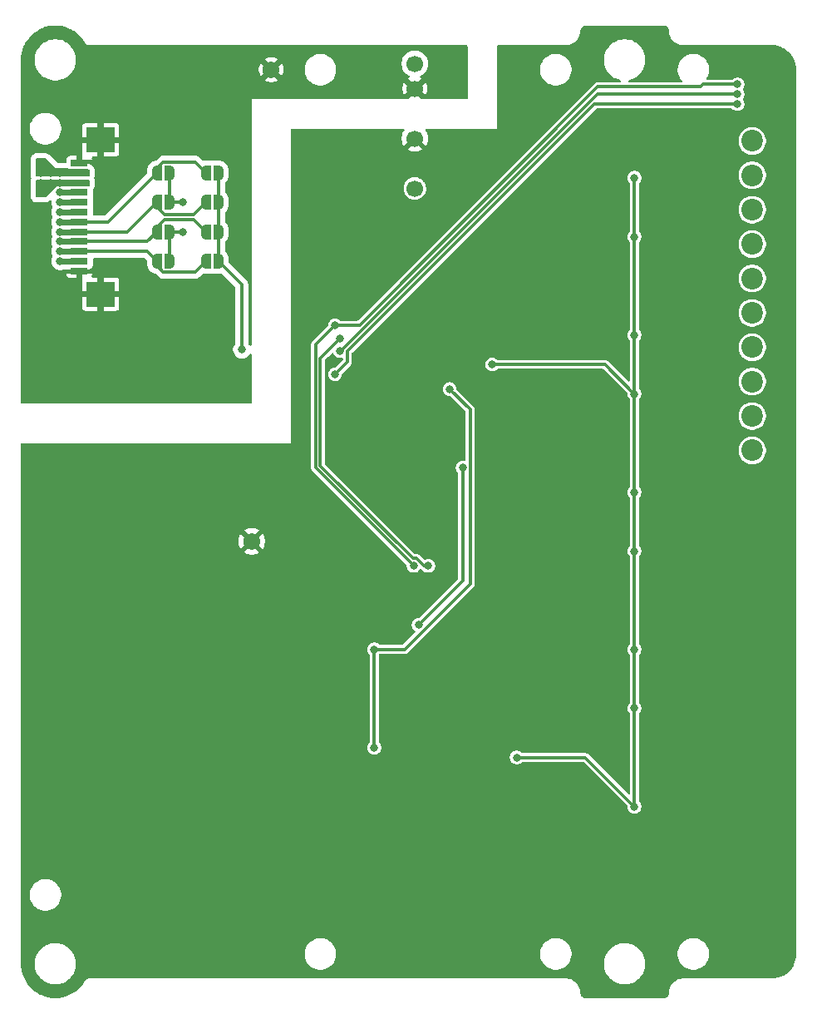
<source format=gbr>
%TF.GenerationSoftware,KiCad,Pcbnew,9.0.2*%
%TF.CreationDate,2025-06-09T15:42:41+03:00*%
%TF.ProjectId,PMCNV-AI4T,504d434e-562d-4414-9934-542e6b696361,rev?*%
%TF.SameCoordinates,Original*%
%TF.FileFunction,Copper,L2,Bot*%
%TF.FilePolarity,Positive*%
%FSLAX46Y46*%
G04 Gerber Fmt 4.6, Leading zero omitted, Abs format (unit mm)*
G04 Created by KiCad (PCBNEW 9.0.2) date 2025-06-09 15:42:41*
%MOMM*%
%LPD*%
G01*
G04 APERTURE LIST*
G04 Aperture macros list*
%AMFreePoly0*
4,1,23,0.500000,-0.750000,0.000000,-0.750000,0.000000,-0.745722,-0.065263,-0.745722,-0.191342,-0.711940,-0.304381,-0.646677,-0.396677,-0.554381,-0.461940,-0.441342,-0.495722,-0.315263,-0.495722,-0.250000,-0.500000,-0.250000,-0.500000,0.250000,-0.495722,0.250000,-0.495722,0.315263,-0.461940,0.441342,-0.396677,0.554381,-0.304381,0.646677,-0.191342,0.711940,-0.065263,0.745722,0.000000,0.745722,
0.000000,0.750000,0.500000,0.750000,0.500000,-0.750000,0.500000,-0.750000,$1*%
%AMFreePoly1*
4,1,23,0.000000,0.745722,0.065263,0.745722,0.191342,0.711940,0.304381,0.646677,0.396677,0.554381,0.461940,0.441342,0.495722,0.315263,0.495722,0.250000,0.500000,0.250000,0.500000,-0.250000,0.495722,-0.250000,0.495722,-0.315263,0.461940,-0.441342,0.396677,-0.554381,0.304381,-0.646677,0.191342,-0.711940,0.065263,-0.745722,0.000000,-0.745722,0.000000,-0.750000,-0.500000,-0.750000,
-0.500000,0.750000,0.000000,0.750000,0.000000,0.745722,0.000000,0.745722,$1*%
G04 Aperture macros list end*
%TA.AperFunction,ComponentPad*%
%ADD10C,1.725000*%
%TD*%
%TA.AperFunction,ComponentPad*%
%ADD11C,1.700000*%
%TD*%
%TA.AperFunction,ComponentPad*%
%ADD12C,2.200000*%
%TD*%
%TA.AperFunction,SMDPad,CuDef*%
%ADD13FreePoly0,0.000000*%
%TD*%
%TA.AperFunction,SMDPad,CuDef*%
%ADD14FreePoly1,0.000000*%
%TD*%
%TA.AperFunction,SMDPad,CuDef*%
%ADD15R,1.803400X0.635000*%
%TD*%
%TA.AperFunction,SMDPad,CuDef*%
%ADD16R,2.997200X2.590800*%
%TD*%
%TA.AperFunction,ViaPad*%
%ADD17C,0.800000*%
%TD*%
%TA.AperFunction,Conductor*%
%ADD18C,0.300000*%
%TD*%
%TA.AperFunction,Conductor*%
%ADD19C,0.600000*%
%TD*%
G04 APERTURE END LIST*
D10*
%TO.P,U4,1*%
%TO.N,GND_MCU*%
X-14000000Y45000000D03*
%TD*%
D11*
%TO.P,PS1,1,Vin*%
%TO.N,+5V_MCU*%
X625000Y45615000D03*
%TO.P,PS1,2,GND*%
%TO.N,GND_MCU*%
X625000Y43075000D03*
%TO.P,PS1,4,0V*%
%TO.N,GND_CNV*%
X625000Y37995000D03*
%TO.P,PS1,6,+V*%
%TO.N,+5V_CNV*%
X625000Y32915000D03*
%TD*%
D12*
%TO.P,J1,1,Pin_1*%
%TO.N,unconnected-(J1-Pin_1-Pad1)*%
X35000000Y6250000D03*
%TO.P,J1,2,Pin_2*%
%TO.N,unconnected-(J1-Pin_2-Pad2)*%
X35000000Y9750000D03*
%TO.P,J1,3,Pin_3*%
%TO.N,/CHCOM*%
X35000000Y13250000D03*
%TO.P,J1,4,Pin_4*%
%TO.N,/CH3*%
X35000000Y16750000D03*
%TO.P,J1,5,Pin_5*%
%TO.N,/CHCOM*%
X35000000Y20250000D03*
%TO.P,J1,6,Pin_6*%
%TO.N,/CH2*%
X35000000Y23750000D03*
%TO.P,J1,7,Pin_7*%
%TO.N,/CHCOM*%
X35000000Y27250000D03*
%TO.P,J1,8,Pin_8*%
%TO.N,/CH1*%
X35000000Y30750000D03*
%TO.P,J1,9,Pin_9*%
%TO.N,/CHCOM*%
X35000000Y34250000D03*
%TO.P,J1,10,Pin_10*%
%TO.N,/CH0*%
X35000000Y37750000D03*
%TD*%
D10*
%TO.P,U5,1*%
%TO.N,GND_CNV*%
X-16000000Y-3000000D03*
%TD*%
D13*
%TO.P,JP6,1,A*%
%TO.N,/CS1_MCU*%
X-20650000Y31500000D03*
D14*
%TO.P,JP6,2,B*%
%TO.N,/CS_T_MCU*%
X-19350000Y31500000D03*
%TD*%
D13*
%TO.P,JP8,1,A*%
%TO.N,/CS3_MCU*%
X-20650000Y25500000D03*
D14*
%TO.P,JP8,2,B*%
%TO.N,/CS_T_MCU*%
X-19350000Y25500000D03*
%TD*%
D13*
%TO.P,JP5,1,A*%
%TO.N,/CS0_MCU*%
X-20650000Y34500000D03*
D14*
%TO.P,JP5,2,B*%
%TO.N,/CS_T_MCU*%
X-19350000Y34500000D03*
%TD*%
D15*
%TO.P,J5,1,Pin_1*%
%TO.N,GND_MCU*%
X-33556000Y35499992D03*
%TO.P,J5,2,Pin_2*%
%TO.N,+5V_MCU*%
X-33556000Y34499994D03*
%TO.P,J5,3,Pin_3*%
%TO.N,+3.3V_MCU*%
X-33556000Y33499996D03*
%TO.P,J5,4,Pin_4*%
%TO.N,/MOSI_MCU*%
X-33556000Y32499998D03*
%TO.P,J5,5,Pin_5*%
%TO.N,/MISO_MCU*%
X-33556000Y31500000D03*
%TO.P,J5,6,Pin_6*%
%TO.N,/SCK_MCU*%
X-33556000Y30500000D03*
%TO.P,J5,7,Pin_7*%
%TO.N,/CS0_MCU*%
X-33556000Y29500000D03*
%TO.P,J5,8,Pin_8*%
%TO.N,/CS1_MCU*%
X-33556000Y28500000D03*
%TO.P,J5,9,Pin_9*%
%TO.N,/CS2_MCU*%
X-33556000Y27500002D03*
%TO.P,J5,10,Pin_10*%
%TO.N,/CS3_MCU*%
X-33556000Y26500004D03*
%TO.P,J5,11,Pin_11*%
%TO.N,/INT_MCU*%
X-33556000Y25500006D03*
%TO.P,J5,12,Pin_11*%
%TO.N,GND_MCU*%
X-33556000Y24500008D03*
D16*
%TO.P,J5,13,Pin_11*%
X-31385999Y37850003D03*
X-31385999Y22149997D03*
%TD*%
D13*
%TO.P,JP1,1,A*%
%TO.N,/CS0_MCU*%
X-25650000Y34500000D03*
D14*
%TO.P,JP1,2,B*%
%TO.N,/CS_AD_MCU*%
X-24350000Y34500000D03*
%TD*%
D13*
%TO.P,JP7,1,A*%
%TO.N,/CS2_MCU*%
X-20650000Y28500000D03*
D14*
%TO.P,JP7,2,B*%
%TO.N,/CS_T_MCU*%
X-19350000Y28500000D03*
%TD*%
D13*
%TO.P,JP3,1,A*%
%TO.N,/CS2_MCU*%
X-25650000Y28500000D03*
D14*
%TO.P,JP3,2,B*%
%TO.N,/CS_AD_MCU*%
X-24350000Y28500000D03*
%TD*%
D13*
%TO.P,JP2,1,A*%
%TO.N,/CS1_MCU*%
X-25650000Y31500000D03*
D14*
%TO.P,JP2,2,B*%
%TO.N,/CS_AD_MCU*%
X-24350000Y31500000D03*
%TD*%
D13*
%TO.P,JP4,1,A*%
%TO.N,/CS3_MCU*%
X-25650000Y25500000D03*
D14*
%TO.P,JP4,2,B*%
%TO.N,/CS_AD_MCU*%
X-24350000Y25500000D03*
%TD*%
D17*
%TO.N,+4V096_CNV*%
X1000000Y-11500000D03*
X5500000Y4500000D03*
%TO.N,+5V_MCU*%
X-36500000Y34500000D03*
X-35500000Y34500000D03*
X-37500000Y35500000D03*
X-37500000Y34500000D03*
%TO.N,GND_MCU*%
X-20000000Y23000000D03*
X-17000000Y33000000D03*
X-31000000Y40000000D03*
X-33000000Y20000000D03*
X-30000000Y20000000D03*
X-32000000Y20000000D03*
X-32000000Y40000000D03*
X-31000000Y20000000D03*
X-17000000Y34000000D03*
X-30000000Y40000000D03*
X-17000000Y35000000D03*
X-33000000Y40000000D03*
%TO.N,GND_CNV*%
X4000000Y-1000000D03*
X4000000Y1000000D03*
X2000000Y-1000000D03*
X2000000Y1000000D03*
X3000000Y0D03*
X4500000Y5500000D03*
X3500000Y4500000D03*
%TO.N,+3.3V_MCU*%
X-36500000Y33499996D03*
X-37500000Y32500000D03*
X-35500000Y33499996D03*
X-37500000Y33500000D03*
%TO.N,/CS_AD_CNV*%
X-7000000Y17635000D03*
X2000000Y-5500000D03*
%TO.N,/CS_T_CNV*%
X-7000000Y16365000D03*
X33500000Y42500000D03*
%TO.N,/CS_T_MCU*%
X-17000000Y16500000D03*
%TO.N,/MISO_CNV*%
X-7500000Y14000000D03*
X33500000Y41500000D03*
%TO.N,/MOSI_MCU*%
X-35500000Y32500000D03*
%TO.N,/SCK_CNV*%
X-7500000Y19000000D03*
X33500000Y43500000D03*
X500000Y-5500000D03*
%TO.N,/MISO_MCU*%
X-35500000Y31500000D03*
%TO.N,/SCK_MCU*%
X-35500000Y30500000D03*
%TO.N,/CS_AD_MCU*%
X-23000000Y28500000D03*
X-23000000Y31500000D03*
%TO.N,+5V_CNV_FLT*%
X-3500000Y-14000000D03*
X8500000Y15000000D03*
X23000000Y-14000000D03*
X23000000Y18000000D03*
X4174000Y12500000D03*
X23000000Y-20000000D03*
X-3500000Y-24000000D03*
X23000000Y-4000000D03*
X11000000Y-25000000D03*
X23000000Y34000000D03*
X23000000Y28000000D03*
X23000000Y2000000D03*
X23000000Y12000000D03*
X23000000Y-30000000D03*
%TO.N,/CS1_MCU*%
X-35500000Y28500000D03*
%TO.N,/INT_MCU*%
X-35500000Y25500000D03*
%TO.N,/CS0_MCU*%
X-35500000Y29500000D03*
%TO.N,/CS3_MCU*%
X-35500000Y26500000D03*
%TO.N,/CS2_MCU*%
X-35500000Y27500000D03*
%TD*%
D18*
%TO.N,+4V096_CNV*%
X5500000Y-7000000D02*
X1000000Y-11500000D01*
X5500000Y4500000D02*
X5500000Y-7000000D01*
D19*
%TO.N,+5V_MCU*%
X-33556006Y34500000D02*
X-33556000Y34499994D01*
X-37500000Y34500000D02*
X-33556006Y34500000D01*
%TO.N,+3.3V_MCU*%
X-37499996Y33499996D02*
X-37500000Y33500000D01*
X-33556000Y33499996D02*
X-37499996Y33499996D01*
D18*
%TO.N,/CS_AD_CNV*%
X-9000000Y15635000D02*
X-9000000Y4708520D01*
X811075Y-4749000D02*
X1562075Y-5500000D01*
X-7000000Y17635000D02*
X-9000000Y15635000D01*
X457520Y-4749000D02*
X811075Y-4749000D01*
X1562075Y-5500000D02*
X2000000Y-5500000D01*
X-9000000Y4708520D02*
X457520Y-4749000D01*
%TO.N,/CS_T_CNV*%
X-7000000Y16365000D02*
X-6926480Y16365000D01*
X-6926480Y16365000D02*
X19208520Y42500000D01*
X19208520Y42500000D02*
X33500000Y42500000D01*
%TO.N,/CS_T_MCU*%
X-17000000Y23150000D02*
X-17000000Y16500000D01*
X-19350000Y31500000D02*
X-19350000Y28500000D01*
X-19350000Y34500000D02*
X-19350000Y31500000D01*
X-19350000Y28500000D02*
X-19350000Y25500000D01*
X-19350000Y25500000D02*
X-17000000Y23150000D01*
%TO.N,/MISO_CNV*%
X-7500000Y14000000D02*
X-6249000Y15251000D01*
X18917040Y41500000D02*
X33500000Y41500000D01*
X-6249000Y16333960D02*
X18917040Y41500000D01*
X-6249000Y15251000D02*
X-6249000Y16333960D01*
D19*
%TO.N,/MOSI_MCU*%
X-33556002Y32500000D02*
X-33556000Y32499998D01*
X-35500000Y32500000D02*
X-33556002Y32500000D01*
D18*
%TO.N,/SCK_CNV*%
X29725288Y43249000D02*
X29976288Y43500000D01*
X19249000Y43249000D02*
X29725288Y43249000D01*
X-7500000Y19000000D02*
X-9500000Y17000000D01*
X-9500000Y4500000D02*
X500000Y-5500000D01*
X-9500000Y17000000D02*
X-9500000Y4500000D01*
X-5000000Y19000000D02*
X19249000Y43249000D01*
X29976288Y43500000D02*
X33500000Y43500000D01*
X-7500000Y19000000D02*
X-5000000Y19000000D01*
D19*
%TO.N,/MISO_MCU*%
X-35500000Y31500000D02*
X-33556000Y31500000D01*
%TO.N,/SCK_MCU*%
X-35500000Y30500000D02*
X-33556000Y30500000D01*
D18*
%TO.N,/CS_AD_MCU*%
X-24350000Y28500000D02*
X-24350000Y25500000D01*
X-24350000Y34500000D02*
X-24350000Y31500000D01*
X-24350000Y31500000D02*
X-23000000Y31500000D01*
X-23000000Y28500000D02*
X-24350000Y28500000D01*
%TO.N,+5V_CNV_FLT*%
X20000000Y15000000D02*
X23000000Y12000000D01*
X23000000Y-4000000D02*
X23000000Y-14000000D01*
X8500000Y15000000D02*
X20000000Y15000000D01*
X23000000Y-14000000D02*
X23000000Y-20000000D01*
X23000000Y-20000000D02*
X23000000Y-30000000D01*
X23000000Y12000000D02*
X23000000Y2000000D01*
X18000000Y-25000000D02*
X11000000Y-25000000D01*
X23000000Y-30000000D02*
X18000000Y-25000000D01*
X6251000Y10423000D02*
X6251000Y-7311075D01*
X23000000Y18000000D02*
X23000000Y28000000D01*
X23000000Y18000000D02*
X23000000Y12000000D01*
X4174000Y12500000D02*
X6251000Y10423000D01*
X23000000Y28000000D02*
X23000000Y34000000D01*
X23000000Y2000000D02*
X23000000Y-4000000D01*
X-437925Y-14000000D02*
X-3500000Y-14000000D01*
X6251000Y-7311075D02*
X-437925Y-14000000D01*
X-3500000Y-14000000D02*
X-3500000Y-24000000D01*
D19*
%TO.N,/CS1_MCU*%
X-35500000Y28500000D02*
X-33556000Y28500000D01*
D18*
X-25650000Y31500000D02*
X-28650000Y28500000D01*
X-25650000Y31046538D02*
X-24854462Y30251000D01*
X-21899000Y30251000D02*
X-20650000Y31500000D01*
X-25650000Y31500000D02*
X-25650000Y31046538D01*
X-24854462Y30251000D02*
X-21899000Y30251000D01*
X-28650000Y28500000D02*
X-33556000Y28500000D01*
D19*
%TO.N,/INT_MCU*%
X-33556006Y25500000D02*
X-33556000Y25500006D01*
X-35500000Y25500000D02*
X-33556006Y25500000D01*
%TO.N,/CS0_MCU*%
X-35500000Y29500000D02*
X-33556000Y29500000D01*
D18*
X-21756000Y35606000D02*
X-20650000Y34500000D01*
X-33556000Y29500000D02*
X-30650000Y29500000D01*
X-24997462Y35606000D02*
X-21756000Y35606000D01*
X-30650000Y29500000D02*
X-25650000Y34500000D01*
X-25650000Y34953462D02*
X-24997462Y35606000D01*
X-25650000Y34500000D02*
X-25650000Y34953462D01*
%TO.N,/CS3_MCU*%
X-26650004Y26500004D02*
X-33556000Y26500004D01*
X-25650000Y25500000D02*
X-26650004Y26500004D01*
X-24997462Y24394000D02*
X-21756000Y24394000D01*
X-25650000Y25500000D02*
X-25650000Y25046538D01*
D19*
X-33556004Y26500000D02*
X-33556000Y26500004D01*
X-35500000Y26500000D02*
X-33556004Y26500000D01*
D18*
X-25650000Y25046538D02*
X-24997462Y24394000D01*
X-21756000Y24394000D02*
X-20650000Y25500000D01*
%TO.N,/CS2_MCU*%
X-26649998Y27500002D02*
X-25650000Y28500000D01*
D19*
X-33556002Y27500000D02*
X-33556000Y27500002D01*
D18*
X-24853462Y29750000D02*
X-21900000Y29750000D01*
D19*
X-35500000Y27500000D02*
X-33556002Y27500000D01*
D18*
X-25650000Y28953462D02*
X-24853462Y29750000D01*
X-21900000Y29750000D02*
X-20650000Y28500000D01*
X-25650000Y28500000D02*
X-25650000Y28953462D01*
X-33556000Y27500002D02*
X-26649998Y27500002D01*
%TD*%
%TA.AperFunction,Conductor*%
%TO.N,GND_CNV*%
G36*
X26006922Y49498720D02*
G01*
X26097266Y49488541D01*
X26124331Y49482364D01*
X26203540Y49454648D01*
X26228553Y49442602D01*
X26299606Y49397957D01*
X26321313Y49380645D01*
X26380644Y49321314D01*
X26397957Y49299605D01*
X26442600Y49228556D01*
X26454648Y49203538D01*
X26482362Y49124334D01*
X26488540Y49097265D01*
X26498720Y49006924D01*
X26499500Y48993039D01*
X26499500Y48892683D01*
X26530044Y48680236D01*
X26530047Y48680226D01*
X26590517Y48474285D01*
X26679672Y48279062D01*
X26679679Y48279049D01*
X26717590Y48220059D01*
X26794425Y48100500D01*
X26795720Y48098486D01*
X26936275Y47936276D01*
X27060277Y47828828D01*
X27098487Y47795719D01*
X27169245Y47750246D01*
X27279048Y47679680D01*
X27279061Y47679673D01*
X27474284Y47590518D01*
X27474288Y47590517D01*
X27474290Y47590516D01*
X27680231Y47530046D01*
X27680232Y47530046D01*
X27680235Y47530045D01*
X27743584Y47520938D01*
X27892682Y47499500D01*
X27934108Y47499500D01*
X36934108Y47499500D01*
X36996249Y47499500D01*
X37003736Y47499274D01*
X37293796Y47481729D01*
X37308659Y47479924D01*
X37590798Y47428220D01*
X37605335Y47424637D01*
X37879172Y47339305D01*
X37893163Y47334000D01*
X38154743Y47216273D01*
X38167989Y47209320D01*
X38413465Y47060925D01*
X38425776Y47052427D01*
X38472520Y47015806D01*
X38651573Y46875527D01*
X38662781Y46865597D01*
X38865596Y46662782D01*
X38875526Y46651574D01*
X39007406Y46483241D01*
X39052422Y46425783D01*
X39060926Y46413463D01*
X39177398Y46220795D01*
X39209316Y46167996D01*
X39216275Y46154737D01*
X39333997Y45893169D01*
X39339306Y45879168D01*
X39424635Y45605337D01*
X39428219Y45590799D01*
X39479923Y45308660D01*
X39481728Y45293795D01*
X39499274Y45003737D01*
X39499500Y44996250D01*
X39499500Y-44996249D01*
X39499274Y-45003736D01*
X39481728Y-45293794D01*
X39479923Y-45308659D01*
X39428219Y-45590798D01*
X39424635Y-45605336D01*
X39339306Y-45879167D01*
X39333997Y-45893168D01*
X39216275Y-46154736D01*
X39209316Y-46167995D01*
X39060928Y-46413459D01*
X39052422Y-46425782D01*
X38875526Y-46651573D01*
X38865596Y-46662781D01*
X38662781Y-46865596D01*
X38651573Y-46875526D01*
X38425782Y-47052422D01*
X38413459Y-47060928D01*
X38167995Y-47209316D01*
X38154736Y-47216275D01*
X37893168Y-47333997D01*
X37879167Y-47339306D01*
X37605336Y-47424635D01*
X37590798Y-47428219D01*
X37308659Y-47479923D01*
X37293794Y-47481728D01*
X37003736Y-47499274D01*
X36996249Y-47499500D01*
X27892682Y-47499500D01*
X27680235Y-47530044D01*
X27680225Y-47530047D01*
X27474284Y-47590517D01*
X27279061Y-47679672D01*
X27279048Y-47679679D01*
X27098485Y-47795720D01*
X26936275Y-47936275D01*
X26795720Y-48098485D01*
X26679679Y-48279048D01*
X26679672Y-48279061D01*
X26590517Y-48474284D01*
X26530047Y-48680225D01*
X26530044Y-48680235D01*
X26499500Y-48892682D01*
X26499500Y-48993038D01*
X26498720Y-49006922D01*
X26498720Y-49006923D01*
X26488540Y-49097264D01*
X26482362Y-49124333D01*
X26454648Y-49203537D01*
X26442600Y-49228555D01*
X26397957Y-49299604D01*
X26380644Y-49321313D01*
X26321313Y-49380644D01*
X26299604Y-49397957D01*
X26228555Y-49442600D01*
X26203537Y-49454648D01*
X26124333Y-49482362D01*
X26097264Y-49488540D01*
X26017075Y-49497576D01*
X26006921Y-49498720D01*
X25993038Y-49499500D01*
X18006962Y-49499500D01*
X17993078Y-49498720D01*
X17980553Y-49497308D01*
X17902735Y-49488540D01*
X17875666Y-49482362D01*
X17796462Y-49454648D01*
X17771444Y-49442600D01*
X17700395Y-49397957D01*
X17678686Y-49380644D01*
X17619355Y-49321313D01*
X17602042Y-49299604D01*
X17557399Y-49228555D01*
X17545351Y-49203537D01*
X17543861Y-49199280D01*
X17517636Y-49124331D01*
X17511459Y-49097263D01*
X17501280Y-49006922D01*
X17500500Y-48993038D01*
X17500500Y-48892683D01*
X17500500Y-48892682D01*
X17469954Y-48680231D01*
X17409484Y-48474290D01*
X17409483Y-48474288D01*
X17409482Y-48474284D01*
X17320327Y-48279061D01*
X17320320Y-48279048D01*
X17249102Y-48168231D01*
X17204281Y-48098487D01*
X17124227Y-48006100D01*
X17063724Y-47936275D01*
X16901514Y-47795720D01*
X16901513Y-47795719D01*
X16820979Y-47743963D01*
X16720951Y-47679679D01*
X16720938Y-47679672D01*
X16525715Y-47590517D01*
X16319774Y-47530047D01*
X16319764Y-47530044D01*
X16128754Y-47502582D01*
X16107318Y-47499500D01*
X16065892Y-47499500D01*
X-32601792Y-47499500D01*
X-32729088Y-47533608D01*
X-32843214Y-47599500D01*
X-32936400Y-47692685D01*
X-32967736Y-47746958D01*
X-32971126Y-47752489D01*
X-33165305Y-48051501D01*
X-33172934Y-48062002D01*
X-33395280Y-48336575D01*
X-33403965Y-48346220D01*
X-33653780Y-48596036D01*
X-33663425Y-48604721D01*
X-33937998Y-48827066D01*
X-33948499Y-48834695D01*
X-34244797Y-49027113D01*
X-34256037Y-49033603D01*
X-34570837Y-49194001D01*
X-34582694Y-49199280D01*
X-34912528Y-49325891D01*
X-34924872Y-49329902D01*
X-35266142Y-49421346D01*
X-35278839Y-49424044D01*
X-35627783Y-49479310D01*
X-35640690Y-49480667D01*
X-35993510Y-49499158D01*
X-36006490Y-49499158D01*
X-36359311Y-49480667D01*
X-36372218Y-49479310D01*
X-36721162Y-49424044D01*
X-36733859Y-49421346D01*
X-37075130Y-49329902D01*
X-37087474Y-49325891D01*
X-37417308Y-49199280D01*
X-37429165Y-49194001D01*
X-37559663Y-49127509D01*
X-37743971Y-49033599D01*
X-37755190Y-49027122D01*
X-38051508Y-48834691D01*
X-38062002Y-48827066D01*
X-38336576Y-48604721D01*
X-38346221Y-48596036D01*
X-38596037Y-48346220D01*
X-38604722Y-48336575D01*
X-38741044Y-48168231D01*
X-38827074Y-48061992D01*
X-38834689Y-48051511D01*
X-39027121Y-47755190D01*
X-39033597Y-47743976D01*
X-39194007Y-47429153D01*
X-39199276Y-47417317D01*
X-39325894Y-47087468D01*
X-39329903Y-47075129D01*
X-39334748Y-47057048D01*
X-39421349Y-46733852D01*
X-39424045Y-46721161D01*
X-39431098Y-46676632D01*
X-39471623Y-46420760D01*
X-39479311Y-46372217D01*
X-39480668Y-46359310D01*
X-39499330Y-46003222D01*
X-39499500Y-45996732D01*
X-39499500Y-45862332D01*
X-38100500Y-45862332D01*
X-38100500Y-46137667D01*
X-38100499Y-46137684D01*
X-38064562Y-46410655D01*
X-38064561Y-46410660D01*
X-38064560Y-46410666D01*
X-38041035Y-46498462D01*
X-37993296Y-46676630D01*
X-37887925Y-46931017D01*
X-37887920Y-46931028D01*
X-37817832Y-47052422D01*
X-37750249Y-47169479D01*
X-37750247Y-47169482D01*
X-37750246Y-47169483D01*
X-37582630Y-47387926D01*
X-37582624Y-47387933D01*
X-37387934Y-47582623D01*
X-37387928Y-47582628D01*
X-37169479Y-47750249D01*
X-37057294Y-47815019D01*
X-36931029Y-47887919D01*
X-36931024Y-47887921D01*
X-36931021Y-47887923D01*
X-36676632Y-47993295D01*
X-36410666Y-48064560D01*
X-36137674Y-48100500D01*
X-36137667Y-48100500D01*
X-35862333Y-48100500D01*
X-35862326Y-48100500D01*
X-35589334Y-48064560D01*
X-35323368Y-47993295D01*
X-35068979Y-47887923D01*
X-34830521Y-47750249D01*
X-34612072Y-47582628D01*
X-34417372Y-47387928D01*
X-34249751Y-47169479D01*
X-34112077Y-46931021D01*
X-34006705Y-46676632D01*
X-33935440Y-46410666D01*
X-33899500Y-46137674D01*
X-33899500Y-45862326D01*
X-33935440Y-45589334D01*
X-34006705Y-45323368D01*
X-34112077Y-45068979D01*
X-34224626Y-44874038D01*
X-10600500Y-44874038D01*
X-10600500Y-45125961D01*
X-10561090Y-45374785D01*
X-10483240Y-45614383D01*
X-10368868Y-45838848D01*
X-10220799Y-46042649D01*
X-10220795Y-46042654D01*
X-10042655Y-46220794D01*
X-10042650Y-46220798D01*
X-9864883Y-46349952D01*
X-9838845Y-46368870D01*
X-9695816Y-46441747D01*
X-9614384Y-46483239D01*
X-9614382Y-46483239D01*
X-9614379Y-46483241D01*
X-9374785Y-46561090D01*
X-9125962Y-46600500D01*
X-9125961Y-46600500D01*
X-8874039Y-46600500D01*
X-8874038Y-46600500D01*
X-8625215Y-46561090D01*
X-8385621Y-46483241D01*
X-8161155Y-46368870D01*
X-7957344Y-46220793D01*
X-7779207Y-46042656D01*
X-7631130Y-45838845D01*
X-7516759Y-45614379D01*
X-7438910Y-45374785D01*
X-7399500Y-45125962D01*
X-7399500Y-44874038D01*
X13399500Y-44874038D01*
X13399500Y-45125961D01*
X13438910Y-45374785D01*
X13516760Y-45614383D01*
X13631132Y-45838848D01*
X13779201Y-46042649D01*
X13779205Y-46042654D01*
X13957345Y-46220794D01*
X13957350Y-46220798D01*
X14135117Y-46349952D01*
X14161155Y-46368870D01*
X14304184Y-46441747D01*
X14385616Y-46483239D01*
X14385618Y-46483239D01*
X14385621Y-46483241D01*
X14625215Y-46561090D01*
X14874038Y-46600500D01*
X14874039Y-46600500D01*
X15125961Y-46600500D01*
X15125962Y-46600500D01*
X15374785Y-46561090D01*
X15614379Y-46483241D01*
X15838845Y-46368870D01*
X16042656Y-46220793D01*
X16220793Y-46042656D01*
X16351806Y-45862332D01*
X19899500Y-45862332D01*
X19899500Y-46137667D01*
X19899501Y-46137684D01*
X19935438Y-46410655D01*
X19935439Y-46410660D01*
X19935440Y-46410666D01*
X19958965Y-46498462D01*
X20006704Y-46676630D01*
X20112075Y-46931017D01*
X20112080Y-46931028D01*
X20182168Y-47052422D01*
X20249751Y-47169479D01*
X20249753Y-47169482D01*
X20249754Y-47169483D01*
X20417370Y-47387926D01*
X20417376Y-47387933D01*
X20612066Y-47582623D01*
X20612072Y-47582628D01*
X20830521Y-47750249D01*
X20942706Y-47815019D01*
X21068971Y-47887919D01*
X21068976Y-47887921D01*
X21068979Y-47887923D01*
X21323368Y-47993295D01*
X21589334Y-48064560D01*
X21862326Y-48100500D01*
X21862333Y-48100500D01*
X22137667Y-48100500D01*
X22137674Y-48100500D01*
X22410666Y-48064560D01*
X22676632Y-47993295D01*
X22931021Y-47887923D01*
X23169479Y-47750249D01*
X23387928Y-47582628D01*
X23582628Y-47387928D01*
X23750249Y-47169479D01*
X23887923Y-46931021D01*
X23993295Y-46676632D01*
X24064560Y-46410666D01*
X24100500Y-46137674D01*
X24100500Y-45862326D01*
X24064560Y-45589334D01*
X23993295Y-45323368D01*
X23887923Y-45068979D01*
X23775374Y-44874038D01*
X27399500Y-44874038D01*
X27399500Y-45125961D01*
X27438910Y-45374785D01*
X27516760Y-45614383D01*
X27631132Y-45838848D01*
X27779201Y-46042649D01*
X27779205Y-46042654D01*
X27957345Y-46220794D01*
X27957350Y-46220798D01*
X28135117Y-46349952D01*
X28161155Y-46368870D01*
X28304184Y-46441747D01*
X28385616Y-46483239D01*
X28385618Y-46483239D01*
X28385621Y-46483241D01*
X28625215Y-46561090D01*
X28874038Y-46600500D01*
X28874039Y-46600500D01*
X29125961Y-46600500D01*
X29125962Y-46600500D01*
X29374785Y-46561090D01*
X29614379Y-46483241D01*
X29838845Y-46368870D01*
X30042656Y-46220793D01*
X30220793Y-46042656D01*
X30368870Y-45838845D01*
X30483241Y-45614379D01*
X30561090Y-45374785D01*
X30600500Y-45125962D01*
X30600500Y-44874038D01*
X30561090Y-44625215D01*
X30483241Y-44385621D01*
X30483239Y-44385618D01*
X30483239Y-44385616D01*
X30414013Y-44249754D01*
X30368870Y-44161155D01*
X30256656Y-44006705D01*
X30220798Y-43957350D01*
X30220794Y-43957345D01*
X30042654Y-43779205D01*
X30042649Y-43779201D01*
X29838848Y-43631132D01*
X29838847Y-43631131D01*
X29838845Y-43631130D01*
X29768747Y-43595413D01*
X29614383Y-43516760D01*
X29374785Y-43438910D01*
X29125962Y-43399500D01*
X28874038Y-43399500D01*
X28749626Y-43419205D01*
X28625214Y-43438910D01*
X28385616Y-43516760D01*
X28161151Y-43631132D01*
X27957350Y-43779201D01*
X27957345Y-43779205D01*
X27779205Y-43957345D01*
X27779201Y-43957350D01*
X27631132Y-44161151D01*
X27516760Y-44385616D01*
X27438910Y-44625214D01*
X27399500Y-44874038D01*
X23775374Y-44874038D01*
X23750249Y-44830521D01*
X23582628Y-44612072D01*
X23582623Y-44612066D01*
X23387933Y-44417376D01*
X23387926Y-44417370D01*
X23169483Y-44249754D01*
X23169482Y-44249753D01*
X23169479Y-44249751D01*
X23074407Y-44194861D01*
X22931028Y-44112080D01*
X22931017Y-44112075D01*
X22676630Y-44006704D01*
X22543649Y-43971072D01*
X22410666Y-43935440D01*
X22410660Y-43935439D01*
X22410655Y-43935438D01*
X22137684Y-43899501D01*
X22137679Y-43899500D01*
X22137674Y-43899500D01*
X21862326Y-43899500D01*
X21862320Y-43899500D01*
X21862315Y-43899501D01*
X21589344Y-43935438D01*
X21589337Y-43935439D01*
X21589334Y-43935440D01*
X21533125Y-43950500D01*
X21323369Y-44006704D01*
X21068982Y-44112075D01*
X21068971Y-44112080D01*
X20830516Y-44249754D01*
X20612073Y-44417370D01*
X20612066Y-44417376D01*
X20417376Y-44612066D01*
X20417370Y-44612073D01*
X20249754Y-44830516D01*
X20112080Y-45068971D01*
X20112075Y-45068982D01*
X20006704Y-45323369D01*
X19935441Y-45589331D01*
X19935438Y-45589344D01*
X19899501Y-45862315D01*
X19899500Y-45862332D01*
X16351806Y-45862332D01*
X16368870Y-45838845D01*
X16376114Y-45824626D01*
X16387659Y-45801971D01*
X16430503Y-45717882D01*
X16483241Y-45614379D01*
X16561090Y-45374785D01*
X16600500Y-45125962D01*
X16600500Y-44874038D01*
X16561090Y-44625215D01*
X16483241Y-44385621D01*
X16483239Y-44385618D01*
X16483239Y-44385616D01*
X16414013Y-44249754D01*
X16368870Y-44161155D01*
X16256656Y-44006705D01*
X16220798Y-43957350D01*
X16220794Y-43957345D01*
X16042654Y-43779205D01*
X16042649Y-43779201D01*
X15838848Y-43631132D01*
X15838847Y-43631131D01*
X15838845Y-43631130D01*
X15768747Y-43595413D01*
X15614383Y-43516760D01*
X15374785Y-43438910D01*
X15125962Y-43399500D01*
X14874038Y-43399500D01*
X14749626Y-43419205D01*
X14625214Y-43438910D01*
X14385616Y-43516760D01*
X14161151Y-43631132D01*
X13957350Y-43779201D01*
X13957345Y-43779205D01*
X13779205Y-43957345D01*
X13779201Y-43957350D01*
X13631132Y-44161151D01*
X13516760Y-44385616D01*
X13438910Y-44625214D01*
X13399500Y-44874038D01*
X-7399500Y-44874038D01*
X-7438910Y-44625215D01*
X-7516759Y-44385621D01*
X-7516761Y-44385618D01*
X-7516761Y-44385616D01*
X-7585987Y-44249754D01*
X-7631130Y-44161155D01*
X-7743344Y-44006705D01*
X-7779202Y-43957350D01*
X-7779206Y-43957345D01*
X-7957346Y-43779205D01*
X-7957351Y-43779201D01*
X-8161152Y-43631132D01*
X-8161153Y-43631131D01*
X-8161155Y-43631130D01*
X-8231253Y-43595413D01*
X-8385617Y-43516760D01*
X-8625215Y-43438910D01*
X-8874038Y-43399500D01*
X-9125962Y-43399500D01*
X-9250374Y-43419205D01*
X-9374786Y-43438910D01*
X-9614384Y-43516760D01*
X-9838849Y-43631132D01*
X-10042650Y-43779201D01*
X-10042655Y-43779205D01*
X-10220795Y-43957345D01*
X-10220799Y-43957350D01*
X-10368868Y-44161151D01*
X-10483240Y-44385616D01*
X-10561090Y-44625214D01*
X-10600500Y-44874038D01*
X-34224626Y-44874038D01*
X-34249751Y-44830521D01*
X-34417372Y-44612072D01*
X-34417377Y-44612066D01*
X-34612067Y-44417376D01*
X-34612074Y-44417370D01*
X-34830517Y-44249754D01*
X-34830518Y-44249753D01*
X-34830521Y-44249751D01*
X-34925593Y-44194861D01*
X-35068972Y-44112080D01*
X-35068983Y-44112075D01*
X-35323370Y-44006704D01*
X-35456351Y-43971072D01*
X-35589334Y-43935440D01*
X-35589340Y-43935439D01*
X-35589345Y-43935438D01*
X-35862316Y-43899501D01*
X-35862321Y-43899500D01*
X-35862326Y-43899500D01*
X-36137674Y-43899500D01*
X-36137680Y-43899500D01*
X-36137685Y-43899501D01*
X-36410656Y-43935438D01*
X-36410663Y-43935439D01*
X-36410666Y-43935440D01*
X-36466875Y-43950500D01*
X-36676631Y-44006704D01*
X-36931018Y-44112075D01*
X-36931029Y-44112080D01*
X-37169484Y-44249754D01*
X-37387927Y-44417370D01*
X-37387934Y-44417376D01*
X-37582624Y-44612066D01*
X-37582630Y-44612073D01*
X-37750246Y-44830516D01*
X-37887920Y-45068971D01*
X-37887925Y-45068982D01*
X-37993296Y-45323369D01*
X-38064559Y-45589331D01*
X-38064562Y-45589344D01*
X-38100499Y-45862315D01*
X-38100500Y-45862332D01*
X-39499500Y-45862332D01*
X-39499500Y-38874038D01*
X-38600500Y-38874038D01*
X-38600500Y-39125961D01*
X-38561090Y-39374785D01*
X-38483240Y-39614383D01*
X-38368868Y-39838848D01*
X-38220799Y-40042649D01*
X-38220795Y-40042654D01*
X-38042655Y-40220794D01*
X-38042650Y-40220798D01*
X-37864883Y-40349952D01*
X-37838845Y-40368870D01*
X-37695816Y-40441747D01*
X-37614384Y-40483239D01*
X-37614382Y-40483239D01*
X-37614379Y-40483241D01*
X-37374785Y-40561090D01*
X-37125962Y-40600500D01*
X-37125961Y-40600500D01*
X-36874039Y-40600500D01*
X-36874038Y-40600500D01*
X-36625215Y-40561090D01*
X-36385621Y-40483241D01*
X-36161155Y-40368870D01*
X-35957344Y-40220793D01*
X-35779207Y-40042656D01*
X-35631130Y-39838845D01*
X-35516759Y-39614379D01*
X-35438910Y-39374785D01*
X-35399500Y-39125962D01*
X-35399500Y-38874038D01*
X-35438910Y-38625215D01*
X-35516759Y-38385621D01*
X-35516761Y-38385618D01*
X-35516761Y-38385616D01*
X-35558253Y-38304184D01*
X-35631130Y-38161155D01*
X-35650048Y-38135117D01*
X-35779202Y-37957350D01*
X-35779206Y-37957345D01*
X-35957346Y-37779205D01*
X-35957351Y-37779201D01*
X-36161152Y-37631132D01*
X-36161153Y-37631131D01*
X-36161155Y-37631130D01*
X-36231253Y-37595413D01*
X-36385617Y-37516760D01*
X-36625215Y-37438910D01*
X-36874038Y-37399500D01*
X-37125962Y-37399500D01*
X-37250374Y-37419205D01*
X-37374786Y-37438910D01*
X-37614384Y-37516760D01*
X-37838849Y-37631132D01*
X-38042650Y-37779201D01*
X-38042655Y-37779205D01*
X-38220795Y-37957345D01*
X-38220799Y-37957350D01*
X-38368868Y-38161151D01*
X-38483240Y-38385616D01*
X-38561090Y-38625214D01*
X-38600500Y-38874038D01*
X-39499500Y-38874038D01*
X-39499500Y-14068995D01*
X-4200501Y-14068995D01*
X-4173582Y-14204322D01*
X-4173579Y-14204332D01*
X-4120779Y-14331804D01*
X-4120772Y-14331817D01*
X-4044116Y-14446540D01*
X-4044115Y-14446541D01*
X-4044114Y-14446542D01*
X-3986818Y-14503838D01*
X-3953334Y-14565159D01*
X-3950500Y-14591518D01*
X-3950500Y-23408481D01*
X-3970185Y-23475520D01*
X-3986819Y-23496162D01*
X-4044112Y-23553454D01*
X-4044115Y-23553458D01*
X-4120772Y-23668182D01*
X-4120779Y-23668195D01*
X-4173579Y-23795667D01*
X-4173582Y-23795677D01*
X-4200500Y-23931004D01*
X-4200500Y-23931007D01*
X-4200500Y-24068993D01*
X-4200500Y-24068995D01*
X-4200501Y-24068995D01*
X-4173582Y-24204322D01*
X-4173579Y-24204332D01*
X-4120779Y-24331804D01*
X-4120772Y-24331817D01*
X-4044115Y-24446541D01*
X-4044112Y-24446545D01*
X-3946546Y-24544111D01*
X-3946542Y-24544114D01*
X-3831818Y-24620771D01*
X-3831805Y-24620778D01*
X-3717360Y-24668182D01*
X-3704328Y-24673580D01*
X-3704324Y-24673580D01*
X-3704323Y-24673581D01*
X-3568996Y-24700500D01*
X-3568993Y-24700500D01*
X-3431005Y-24700500D01*
X-3339959Y-24682389D01*
X-3295672Y-24673580D01*
X-3168189Y-24620775D01*
X-3053458Y-24544114D01*
X-2955886Y-24446542D01*
X-2879225Y-24331811D01*
X-2826420Y-24204328D01*
X-2799500Y-24068993D01*
X-2799500Y-23931007D01*
X-2799500Y-23931004D01*
X-2826419Y-23795677D01*
X-2826420Y-23795676D01*
X-2826420Y-23795672D01*
X-2826422Y-23795667D01*
X-2879222Y-23668195D01*
X-2879229Y-23668182D01*
X-2955886Y-23553458D01*
X-2955889Y-23553454D01*
X-3013181Y-23496162D01*
X-3046666Y-23434839D01*
X-3049500Y-23408481D01*
X-3049500Y-14591518D01*
X-3040856Y-14562077D01*
X-3034332Y-14532091D01*
X-3030578Y-14527075D01*
X-3029815Y-14524479D01*
X-3013181Y-14503837D01*
X-2996163Y-14486819D01*
X-2934840Y-14453334D01*
X-2908482Y-14450500D01*
X-378617Y-14450500D01*
X-378616Y-14450500D01*
X-288252Y-14426286D01*
X-264038Y-14419799D01*
X-161311Y-14360489D01*
X6611489Y-7587689D01*
X6670798Y-7484962D01*
X6670799Y-7484961D01*
X6701500Y-7370384D01*
X6701500Y10482309D01*
X6670799Y10596886D01*
X6611490Y10699614D01*
X4910819Y12400285D01*
X4877334Y12461608D01*
X4874500Y12487966D01*
X4874500Y12568996D01*
X4847581Y12704323D01*
X4847580Y12704324D01*
X4847580Y12704328D01*
X4844238Y12712397D01*
X4794778Y12831805D01*
X4794771Y12831818D01*
X4718114Y12946542D01*
X4718111Y12946546D01*
X4620545Y13044112D01*
X4620541Y13044115D01*
X4505817Y13120772D01*
X4505804Y13120779D01*
X4378332Y13173579D01*
X4378322Y13173582D01*
X4242995Y13200500D01*
X4242993Y13200500D01*
X4105007Y13200500D01*
X4105005Y13200500D01*
X3969677Y13173582D01*
X3969667Y13173579D01*
X3842195Y13120779D01*
X3842182Y13120772D01*
X3727458Y13044115D01*
X3727454Y13044112D01*
X3629888Y12946546D01*
X3629885Y12946542D01*
X3553228Y12831818D01*
X3553221Y12831805D01*
X3500421Y12704333D01*
X3500418Y12704323D01*
X3473500Y12568996D01*
X3473500Y12568993D01*
X3473500Y12431007D01*
X3473500Y12431005D01*
X3473499Y12431005D01*
X3500418Y12295678D01*
X3500421Y12295668D01*
X3553221Y12168196D01*
X3553228Y12168183D01*
X3629885Y12053459D01*
X3629888Y12053455D01*
X3727454Y11955889D01*
X3727458Y11955886D01*
X3842182Y11879229D01*
X3842195Y11879222D01*
X3969667Y11826422D01*
X3969672Y11826420D01*
X3969676Y11826420D01*
X3969677Y11826419D01*
X4105004Y11799500D01*
X4105007Y11799500D01*
X4186035Y11799500D01*
X4253074Y11779815D01*
X4273716Y11763181D01*
X5764181Y10272716D01*
X5797666Y10211393D01*
X5800500Y10185035D01*
X5800500Y5305545D01*
X5780815Y5238506D01*
X5728011Y5192751D01*
X5658853Y5182807D01*
X5652309Y5183928D01*
X5568996Y5200500D01*
X5568993Y5200500D01*
X5431007Y5200500D01*
X5431005Y5200500D01*
X5295677Y5173582D01*
X5295667Y5173579D01*
X5168195Y5120779D01*
X5168182Y5120772D01*
X5053458Y5044115D01*
X5053454Y5044112D01*
X4955888Y4946546D01*
X4955885Y4946542D01*
X4879228Y4831818D01*
X4879221Y4831805D01*
X4826421Y4704333D01*
X4826418Y4704323D01*
X4799500Y4568996D01*
X4799500Y4568993D01*
X4799500Y4431007D01*
X4799500Y4431005D01*
X4799499Y4431005D01*
X4826418Y4295678D01*
X4826421Y4295668D01*
X4879221Y4168196D01*
X4879228Y4168183D01*
X4955884Y4053460D01*
X4955885Y4053459D01*
X4955886Y4053458D01*
X5013182Y3996162D01*
X5046666Y3934841D01*
X5049500Y3908482D01*
X5049500Y-6762035D01*
X5029815Y-6829074D01*
X5013181Y-6849716D01*
X1099716Y-10763181D01*
X1038393Y-10796666D01*
X1012035Y-10799500D01*
X931005Y-10799500D01*
X795677Y-10826418D01*
X795667Y-10826421D01*
X668195Y-10879221D01*
X668182Y-10879228D01*
X553458Y-10955885D01*
X553454Y-10955888D01*
X455888Y-11053454D01*
X455885Y-11053458D01*
X379228Y-11168182D01*
X379221Y-11168195D01*
X326421Y-11295667D01*
X326418Y-11295677D01*
X299500Y-11431004D01*
X299500Y-11431007D01*
X299500Y-11568993D01*
X299500Y-11568995D01*
X299499Y-11568995D01*
X326418Y-11704322D01*
X326421Y-11704332D01*
X379221Y-11831804D01*
X379228Y-11831817D01*
X455885Y-11946541D01*
X455888Y-11946545D01*
X553455Y-12044112D01*
X553458Y-12044114D01*
X624089Y-12091308D01*
X668894Y-12144920D01*
X677601Y-12214244D01*
X647447Y-12277272D01*
X642879Y-12282091D01*
X-588209Y-13513181D01*
X-649532Y-13546666D01*
X-675890Y-13549500D01*
X-2908482Y-13549500D01*
X-2975521Y-13529815D01*
X-2996159Y-13513185D01*
X-3053458Y-13455886D01*
X-3053459Y-13455885D01*
X-3053460Y-13455884D01*
X-3168183Y-13379228D01*
X-3168196Y-13379221D01*
X-3295668Y-13326421D01*
X-3295678Y-13326418D01*
X-3431005Y-13299500D01*
X-3431007Y-13299500D01*
X-3568993Y-13299500D01*
X-3568995Y-13299500D01*
X-3704323Y-13326418D01*
X-3704333Y-13326421D01*
X-3831805Y-13379221D01*
X-3831818Y-13379228D01*
X-3946542Y-13455885D01*
X-3946546Y-13455888D01*
X-4044112Y-13553454D01*
X-4044115Y-13553458D01*
X-4120772Y-13668182D01*
X-4120779Y-13668195D01*
X-4173579Y-13795667D01*
X-4173582Y-13795677D01*
X-4200500Y-13931004D01*
X-4200500Y-13931007D01*
X-4200500Y-14068993D01*
X-4200500Y-14068995D01*
X-4200501Y-14068995D01*
X-39499500Y-14068995D01*
X-39499500Y-2892763D01*
X-17362500Y-2892763D01*
X-17362500Y-3107236D01*
X-17328952Y-3319049D01*
X-17262677Y-3523020D01*
X-17165312Y-3714110D01*
X-17124222Y-3770665D01*
X-17124221Y-3770666D01*
X-16544201Y-3190646D01*
X-16535815Y-3221942D01*
X-16460115Y-3353058D01*
X-16353058Y-3460115D01*
X-16221942Y-3535815D01*
X-16190648Y-3544200D01*
X-16770668Y-4124219D01*
X-16714107Y-4165313D01*
X-16523021Y-4262676D01*
X-16319050Y-4328951D01*
X-16107236Y-4362500D01*
X-15892764Y-4362500D01*
X-15680951Y-4328951D01*
X-15476980Y-4262676D01*
X-15285895Y-4165314D01*
X-15229335Y-4124219D01*
X-15229334Y-4124219D01*
X-15809354Y-3544200D01*
X-15778058Y-3535815D01*
X-15646942Y-3460115D01*
X-15539885Y-3353058D01*
X-15464185Y-3221942D01*
X-15455800Y-3190647D01*
X-14875781Y-3770666D01*
X-14875781Y-3770665D01*
X-14834686Y-3714105D01*
X-14737324Y-3523020D01*
X-14671049Y-3319049D01*
X-14637500Y-3107236D01*
X-14637500Y-2892763D01*
X-14671049Y-2680950D01*
X-14737324Y-2476979D01*
X-14834687Y-2285893D01*
X-14875781Y-2229333D01*
X-14875781Y-2229332D01*
X-15455800Y-2809352D01*
X-15464185Y-2778058D01*
X-15539885Y-2646942D01*
X-15646942Y-2539885D01*
X-15778058Y-2464185D01*
X-15809354Y-2455799D01*
X-15229334Y-1875779D01*
X-15229335Y-1875778D01*
X-15285890Y-1834688D01*
X-15476980Y-1737323D01*
X-15680951Y-1671048D01*
X-15892764Y-1637500D01*
X-16107236Y-1637500D01*
X-16319050Y-1671048D01*
X-16523021Y-1737323D01*
X-16714108Y-1834687D01*
X-16770667Y-1875778D01*
X-16770667Y-1875779D01*
X-16190647Y-2455799D01*
X-16221942Y-2464185D01*
X-16353058Y-2539885D01*
X-16460115Y-2646942D01*
X-16535815Y-2778058D01*
X-16544201Y-2809353D01*
X-17124221Y-2229333D01*
X-17124222Y-2229333D01*
X-17165313Y-2285892D01*
X-17262677Y-2476979D01*
X-17328952Y-2680950D01*
X-17362500Y-2892763D01*
X-39499500Y-2892763D01*
X-39499500Y6876000D01*
X-39479815Y6943039D01*
X-39427011Y6988794D01*
X-39375500Y7000000D01*
X-12000000Y7000000D01*
X-12000000Y17059309D01*
X-9950500Y17059309D01*
X-9950500Y4440691D01*
X-9944013Y4416479D01*
X-9926288Y4350328D01*
X-9919800Y4326115D01*
X-9919800Y4326114D01*
X-9894733Y4282697D01*
X-9860489Y4223386D01*
X-9860487Y4223384D01*
X-236819Y-5400284D01*
X-203334Y-5461607D01*
X-200500Y-5487965D01*
X-200500Y-5568993D01*
X-200500Y-5568995D01*
X-200501Y-5568995D01*
X-173582Y-5704322D01*
X-173579Y-5704332D01*
X-120779Y-5831804D01*
X-120772Y-5831817D01*
X-44115Y-5946541D01*
X-44112Y-5946545D01*
X53454Y-6044111D01*
X53458Y-6044114D01*
X168182Y-6120771D01*
X168195Y-6120778D01*
X295667Y-6173578D01*
X295672Y-6173580D01*
X295676Y-6173580D01*
X295677Y-6173581D01*
X431004Y-6200500D01*
X431007Y-6200500D01*
X568995Y-6200500D01*
X660041Y-6182389D01*
X704328Y-6173580D01*
X831811Y-6120775D01*
X946542Y-6044114D01*
X1044114Y-5946542D01*
X1061984Y-5919798D01*
X1091309Y-5875910D01*
X1144921Y-5831105D01*
X1214246Y-5822398D01*
X1261892Y-5840771D01*
X1272852Y-5847880D01*
X1285461Y-5860489D01*
X1344771Y-5894731D01*
X1347569Y-5896346D01*
X1347573Y-5896349D01*
X1388185Y-5919797D01*
X1388186Y-5919797D01*
X1388189Y-5919799D01*
X1412041Y-5926190D01*
X1467625Y-5958281D01*
X1553455Y-6044111D01*
X1553459Y-6044115D01*
X1668182Y-6120771D01*
X1668195Y-6120778D01*
X1795667Y-6173578D01*
X1795672Y-6173580D01*
X1795676Y-6173580D01*
X1795677Y-6173581D01*
X1931004Y-6200500D01*
X1931007Y-6200500D01*
X2068995Y-6200500D01*
X2160041Y-6182389D01*
X2204328Y-6173580D01*
X2331811Y-6120775D01*
X2446542Y-6044114D01*
X2544114Y-5946542D01*
X2620775Y-5831811D01*
X2621068Y-5831105D01*
X2673578Y-5704332D01*
X2673580Y-5704328D01*
X2700500Y-5568993D01*
X2700500Y-5431007D01*
X2700500Y-5431004D01*
X2673581Y-5295677D01*
X2673580Y-5295676D01*
X2673580Y-5295672D01*
X2673578Y-5295667D01*
X2620778Y-5168195D01*
X2620771Y-5168182D01*
X2544114Y-5053458D01*
X2544111Y-5053454D01*
X2446545Y-4955888D01*
X2446541Y-4955885D01*
X2331817Y-4879228D01*
X2331804Y-4879221D01*
X2204332Y-4826421D01*
X2204322Y-4826418D01*
X2068995Y-4799500D01*
X2068993Y-4799500D01*
X1931007Y-4799500D01*
X1931005Y-4799500D01*
X1795677Y-4826418D01*
X1795672Y-4826420D01*
X1681245Y-4873816D01*
X1611776Y-4881284D01*
X1549297Y-4850008D01*
X1546113Y-4846935D01*
X1087691Y-4388513D01*
X1087689Y-4388511D01*
X1036325Y-4358856D01*
X984963Y-4329201D01*
X972855Y-4325957D01*
X960748Y-4322713D01*
X960745Y-4322712D01*
X922553Y-4312478D01*
X870384Y-4298500D01*
X870383Y-4298500D01*
X695485Y-4298500D01*
X628446Y-4278815D01*
X607804Y-4262181D01*
X-8513181Y4858804D01*
X-8546666Y4920127D01*
X-8549500Y4946485D01*
X-8549500Y15397035D01*
X-8529815Y15464074D01*
X-8513181Y15484716D01*
X-8198397Y15799500D01*
X-7852733Y16145165D01*
X-7791412Y16178648D01*
X-7721721Y16173664D01*
X-7665787Y16131793D01*
X-7650493Y16104934D01*
X-7620779Y16033196D01*
X-7620772Y16033183D01*
X-7544115Y15918459D01*
X-7544112Y15918455D01*
X-7446546Y15820889D01*
X-7446542Y15820886D01*
X-7331818Y15744229D01*
X-7331805Y15744222D01*
X-7226249Y15700500D01*
X-7204328Y15691420D01*
X-7204324Y15691420D01*
X-7204323Y15691419D01*
X-7068996Y15664500D01*
X-7068993Y15664500D01*
X-6931006Y15664500D01*
X-6912470Y15668188D01*
X-6847691Y15681073D01*
X-6826709Y15679196D01*
X-6805853Y15682194D01*
X-6792605Y15676144D01*
X-6778101Y15674846D01*
X-6761464Y15661922D01*
X-6742297Y15653169D01*
X-6734424Y15640918D01*
X-6722923Y15631984D01*
X-6715914Y15612116D01*
X-6704523Y15594391D01*
X-6700989Y15569809D01*
X-6699678Y15566094D01*
X-6699500Y15559456D01*
X-6699500Y15488965D01*
X-6719185Y15421926D01*
X-6735819Y15401284D01*
X-7400284Y14736819D01*
X-7461607Y14703334D01*
X-7487965Y14700500D01*
X-7568995Y14700500D01*
X-7704323Y14673582D01*
X-7704333Y14673579D01*
X-7831805Y14620779D01*
X-7831818Y14620772D01*
X-7946542Y14544115D01*
X-7946546Y14544112D01*
X-8044112Y14446546D01*
X-8044115Y14446542D01*
X-8120772Y14331818D01*
X-8120779Y14331805D01*
X-8173579Y14204333D01*
X-8173582Y14204323D01*
X-8200500Y14068996D01*
X-8200500Y14068993D01*
X-8200500Y13931007D01*
X-8200500Y13931005D01*
X-8200501Y13931005D01*
X-8173582Y13795678D01*
X-8173579Y13795668D01*
X-8120779Y13668196D01*
X-8120772Y13668183D01*
X-8044115Y13553459D01*
X-8044112Y13553455D01*
X-7946546Y13455889D01*
X-7946542Y13455886D01*
X-7831818Y13379229D01*
X-7831805Y13379222D01*
X-7785934Y13360222D01*
X-7704328Y13326420D01*
X-7704324Y13326420D01*
X-7704323Y13326419D01*
X-7568996Y13299500D01*
X-7568993Y13299500D01*
X-7431005Y13299500D01*
X-7339959Y13317611D01*
X-7295672Y13326420D01*
X-7168189Y13379225D01*
X-7053458Y13455886D01*
X-6955886Y13553458D01*
X-6879225Y13668189D01*
X-6826420Y13795672D01*
X-6799500Y13931007D01*
X-6799500Y14012035D01*
X-6779815Y14079074D01*
X-6763181Y14099716D01*
X-6333082Y14529815D01*
X-5931892Y14931005D01*
X7799499Y14931005D01*
X7826418Y14795678D01*
X7826421Y14795668D01*
X7879221Y14668196D01*
X7879228Y14668183D01*
X7955885Y14553459D01*
X7955888Y14553455D01*
X8053454Y14455889D01*
X8053458Y14455886D01*
X8168182Y14379229D01*
X8168195Y14379222D01*
X8282640Y14331818D01*
X8295672Y14326420D01*
X8295676Y14326420D01*
X8295677Y14326419D01*
X8431004Y14299500D01*
X8431007Y14299500D01*
X8568995Y14299500D01*
X8663245Y14318248D01*
X8704328Y14326420D01*
X8831811Y14379225D01*
X8946542Y14455886D01*
X9003838Y14513183D01*
X9065159Y14546666D01*
X9091518Y14549500D01*
X19762035Y14549500D01*
X19829074Y14529815D01*
X19849716Y14513181D01*
X22263181Y12099716D01*
X22296666Y12038393D01*
X22299500Y12012035D01*
X22299500Y11931007D01*
X22299500Y11931005D01*
X22299499Y11931005D01*
X22326418Y11795678D01*
X22326421Y11795668D01*
X22379221Y11668196D01*
X22379228Y11668183D01*
X22455884Y11553460D01*
X22455885Y11553459D01*
X22455886Y11553458D01*
X22513182Y11496162D01*
X22546666Y11434841D01*
X22549500Y11408482D01*
X22549500Y2591519D01*
X22529815Y2524480D01*
X22513181Y2503838D01*
X22455888Y2446546D01*
X22455885Y2446542D01*
X22379228Y2331818D01*
X22379221Y2331805D01*
X22326421Y2204333D01*
X22326418Y2204323D01*
X22299500Y2068996D01*
X22299500Y2068993D01*
X22299500Y1931007D01*
X22299500Y1931005D01*
X22299499Y1931005D01*
X22326418Y1795678D01*
X22326421Y1795668D01*
X22379221Y1668196D01*
X22379228Y1668183D01*
X22455884Y1553460D01*
X22455885Y1553459D01*
X22455886Y1553458D01*
X22513182Y1496162D01*
X22546666Y1434841D01*
X22549500Y1408482D01*
X22549500Y-3408481D01*
X22529815Y-3475520D01*
X22513181Y-3496162D01*
X22455888Y-3553454D01*
X22455885Y-3553458D01*
X22379228Y-3668182D01*
X22379221Y-3668195D01*
X22326421Y-3795667D01*
X22326418Y-3795677D01*
X22299500Y-3931004D01*
X22299500Y-3931007D01*
X22299500Y-4068993D01*
X22299500Y-4068995D01*
X22299499Y-4068995D01*
X22326418Y-4204322D01*
X22326421Y-4204332D01*
X22379221Y-4331804D01*
X22379228Y-4331817D01*
X22455884Y-4446540D01*
X22455885Y-4446541D01*
X22455886Y-4446542D01*
X22513182Y-4503838D01*
X22546666Y-4565159D01*
X22549500Y-4591518D01*
X22549500Y-13408481D01*
X22529815Y-13475520D01*
X22513181Y-13496162D01*
X22455888Y-13553454D01*
X22455885Y-13553458D01*
X22379228Y-13668182D01*
X22379221Y-13668195D01*
X22326421Y-13795667D01*
X22326418Y-13795677D01*
X22299500Y-13931004D01*
X22299500Y-13931007D01*
X22299500Y-14068993D01*
X22299500Y-14068995D01*
X22299499Y-14068995D01*
X22326418Y-14204322D01*
X22326421Y-14204332D01*
X22379221Y-14331804D01*
X22379228Y-14331817D01*
X22455884Y-14446540D01*
X22455885Y-14446541D01*
X22455886Y-14446542D01*
X22513182Y-14503838D01*
X22546666Y-14565159D01*
X22549500Y-14591518D01*
X22549500Y-19408481D01*
X22529815Y-19475520D01*
X22513181Y-19496162D01*
X22455888Y-19553454D01*
X22455885Y-19553458D01*
X22379228Y-19668182D01*
X22379221Y-19668195D01*
X22326421Y-19795667D01*
X22326418Y-19795677D01*
X22299500Y-19931004D01*
X22299500Y-19931007D01*
X22299500Y-20068993D01*
X22299500Y-20068995D01*
X22299499Y-20068995D01*
X22326418Y-20204322D01*
X22326421Y-20204332D01*
X22379221Y-20331804D01*
X22379228Y-20331817D01*
X22455884Y-20446540D01*
X22455885Y-20446541D01*
X22455886Y-20446542D01*
X22513182Y-20503838D01*
X22546666Y-20565159D01*
X22549500Y-20591518D01*
X22549500Y-28613034D01*
X22529815Y-28680073D01*
X22477011Y-28725828D01*
X22407853Y-28735772D01*
X22344297Y-28706747D01*
X22337819Y-28700715D01*
X18276616Y-24639513D01*
X18276614Y-24639511D01*
X18225250Y-24609856D01*
X18173888Y-24580201D01*
X18161780Y-24576957D01*
X18149673Y-24573713D01*
X18149670Y-24573712D01*
X18074080Y-24553458D01*
X18059309Y-24549500D01*
X18059308Y-24549500D01*
X11591518Y-24549500D01*
X11524479Y-24529815D01*
X11503841Y-24513185D01*
X11446542Y-24455886D01*
X11446541Y-24455885D01*
X11446540Y-24455884D01*
X11331817Y-24379228D01*
X11331804Y-24379221D01*
X11204332Y-24326421D01*
X11204322Y-24326418D01*
X11068995Y-24299500D01*
X11068993Y-24299500D01*
X10931007Y-24299500D01*
X10931005Y-24299500D01*
X10795677Y-24326418D01*
X10795667Y-24326421D01*
X10668195Y-24379221D01*
X10668182Y-24379228D01*
X10553458Y-24455885D01*
X10553454Y-24455888D01*
X10455888Y-24553454D01*
X10455885Y-24553458D01*
X10379228Y-24668182D01*
X10379221Y-24668195D01*
X10326421Y-24795667D01*
X10326418Y-24795677D01*
X10299500Y-24931004D01*
X10299500Y-24931007D01*
X10299500Y-25068993D01*
X10299500Y-25068995D01*
X10299499Y-25068995D01*
X10326418Y-25204322D01*
X10326421Y-25204332D01*
X10379221Y-25331804D01*
X10379228Y-25331817D01*
X10455885Y-25446541D01*
X10455888Y-25446545D01*
X10553454Y-25544111D01*
X10553458Y-25544114D01*
X10668182Y-25620771D01*
X10668195Y-25620778D01*
X10795667Y-25673578D01*
X10795672Y-25673580D01*
X10795676Y-25673580D01*
X10795677Y-25673581D01*
X10931004Y-25700500D01*
X10931007Y-25700500D01*
X11068995Y-25700500D01*
X11160041Y-25682389D01*
X11204328Y-25673580D01*
X11331811Y-25620775D01*
X11446542Y-25544114D01*
X11503838Y-25486817D01*
X11565159Y-25453334D01*
X11591518Y-25450500D01*
X17762035Y-25450500D01*
X17829074Y-25470185D01*
X17849716Y-25486819D01*
X22263181Y-29900284D01*
X22296666Y-29961607D01*
X22299500Y-29987965D01*
X22299500Y-30068993D01*
X22299500Y-30068995D01*
X22299499Y-30068995D01*
X22326418Y-30204322D01*
X22326421Y-30204332D01*
X22379221Y-30331804D01*
X22379228Y-30331817D01*
X22455885Y-30446541D01*
X22455888Y-30446545D01*
X22553454Y-30544111D01*
X22553458Y-30544114D01*
X22668182Y-30620771D01*
X22668195Y-30620778D01*
X22795667Y-30673578D01*
X22795672Y-30673580D01*
X22795676Y-30673580D01*
X22795677Y-30673581D01*
X22931004Y-30700500D01*
X22931007Y-30700500D01*
X23068995Y-30700500D01*
X23160041Y-30682389D01*
X23204328Y-30673580D01*
X23331811Y-30620775D01*
X23446542Y-30544114D01*
X23544114Y-30446542D01*
X23620775Y-30331811D01*
X23673580Y-30204328D01*
X23700500Y-30068993D01*
X23700500Y-29931007D01*
X23700500Y-29931004D01*
X23673581Y-29795677D01*
X23673580Y-29795676D01*
X23673580Y-29795672D01*
X23673578Y-29795667D01*
X23620778Y-29668195D01*
X23620771Y-29668182D01*
X23544114Y-29553458D01*
X23544111Y-29553454D01*
X23486819Y-29496162D01*
X23453334Y-29434839D01*
X23450500Y-29408481D01*
X23450500Y-20591518D01*
X23470185Y-20524479D01*
X23486814Y-20503841D01*
X23544114Y-20446542D01*
X23620775Y-20331811D01*
X23673580Y-20204328D01*
X23700500Y-20068993D01*
X23700500Y-19931007D01*
X23700500Y-19931004D01*
X23673581Y-19795677D01*
X23673580Y-19795676D01*
X23673580Y-19795672D01*
X23673578Y-19795667D01*
X23620778Y-19668195D01*
X23620771Y-19668182D01*
X23544114Y-19553458D01*
X23544111Y-19553454D01*
X23486819Y-19496162D01*
X23453334Y-19434839D01*
X23450500Y-19408481D01*
X23450500Y-14591518D01*
X23470185Y-14524479D01*
X23486814Y-14503841D01*
X23544114Y-14446542D01*
X23620775Y-14331811D01*
X23673580Y-14204328D01*
X23700500Y-14068993D01*
X23700500Y-13931007D01*
X23700500Y-13931004D01*
X23673581Y-13795677D01*
X23673580Y-13795676D01*
X23673580Y-13795672D01*
X23673578Y-13795667D01*
X23620778Y-13668195D01*
X23620771Y-13668182D01*
X23544114Y-13553458D01*
X23544111Y-13553454D01*
X23486819Y-13496162D01*
X23453334Y-13434839D01*
X23450500Y-13408481D01*
X23450500Y-4591518D01*
X23470185Y-4524479D01*
X23486814Y-4503841D01*
X23544114Y-4446542D01*
X23620775Y-4331811D01*
X23673580Y-4204328D01*
X23700500Y-4068993D01*
X23700500Y-3931007D01*
X23700500Y-3931004D01*
X23673581Y-3795677D01*
X23673580Y-3795676D01*
X23673580Y-3795672D01*
X23639794Y-3714105D01*
X23620778Y-3668195D01*
X23620771Y-3668182D01*
X23544114Y-3553458D01*
X23544111Y-3553454D01*
X23486819Y-3496162D01*
X23453334Y-3434839D01*
X23450500Y-3408481D01*
X23450500Y1408482D01*
X23470185Y1475521D01*
X23486814Y1496159D01*
X23544114Y1553458D01*
X23620775Y1668189D01*
X23673580Y1795672D01*
X23700500Y1931007D01*
X23700500Y2068993D01*
X23700500Y2068996D01*
X23673581Y2204323D01*
X23673580Y2204324D01*
X23673580Y2204328D01*
X23673578Y2204333D01*
X23620778Y2331805D01*
X23620771Y2331818D01*
X23544114Y2446542D01*
X23544111Y2446546D01*
X23486819Y2503838D01*
X23453334Y2565161D01*
X23450500Y2591519D01*
X23450500Y6360222D01*
X33599500Y6360222D01*
X33599500Y6139779D01*
X33633985Y5922048D01*
X33702103Y5712397D01*
X33702104Y5712394D01*
X33802187Y5515975D01*
X33931752Y5337642D01*
X33931756Y5337637D01*
X34087636Y5181757D01*
X34087641Y5181753D01*
X34243192Y5068740D01*
X34265978Y5052185D01*
X34394375Y4986763D01*
X34462393Y4952105D01*
X34462396Y4952104D01*
X34560814Y4920127D01*
X34672049Y4883985D01*
X34889778Y4849500D01*
X34889779Y4849500D01*
X35110221Y4849500D01*
X35110222Y4849500D01*
X35327951Y4883985D01*
X35537606Y4952105D01*
X35734022Y5052185D01*
X35912365Y5181758D01*
X36068242Y5337635D01*
X36197815Y5515978D01*
X36297895Y5712394D01*
X36366015Y5922049D01*
X36400500Y6139778D01*
X36400500Y6360222D01*
X36366015Y6577951D01*
X36297895Y6787606D01*
X36297895Y6787607D01*
X36263237Y6855625D01*
X36197815Y6984022D01*
X36181260Y7006808D01*
X36068247Y7162359D01*
X36068243Y7162364D01*
X35912363Y7318244D01*
X35912358Y7318248D01*
X35734025Y7447813D01*
X35734024Y7447814D01*
X35734022Y7447815D01*
X35671096Y7479878D01*
X35537606Y7547896D01*
X35537603Y7547897D01*
X35327952Y7616015D01*
X35219086Y7633258D01*
X35110222Y7650500D01*
X34889778Y7650500D01*
X34817201Y7639005D01*
X34672047Y7616015D01*
X34462396Y7547897D01*
X34462393Y7547896D01*
X34265974Y7447813D01*
X34087641Y7318248D01*
X34087636Y7318244D01*
X33931756Y7162364D01*
X33931752Y7162359D01*
X33802187Y6984026D01*
X33702104Y6787607D01*
X33702103Y6787604D01*
X33633985Y6577953D01*
X33599500Y6360222D01*
X23450500Y6360222D01*
X23450500Y9860222D01*
X33599500Y9860222D01*
X33599500Y9639779D01*
X33633985Y9422048D01*
X33702103Y9212397D01*
X33702104Y9212394D01*
X33802187Y9015975D01*
X33931752Y8837642D01*
X33931756Y8837637D01*
X34087636Y8681757D01*
X34087641Y8681753D01*
X34243192Y8568740D01*
X34265978Y8552185D01*
X34394375Y8486763D01*
X34462393Y8452105D01*
X34462396Y8452104D01*
X34567221Y8418045D01*
X34672049Y8383985D01*
X34889778Y8349500D01*
X34889779Y8349500D01*
X35110221Y8349500D01*
X35110222Y8349500D01*
X35327951Y8383985D01*
X35537606Y8452105D01*
X35734022Y8552185D01*
X35912365Y8681758D01*
X36068242Y8837635D01*
X36197815Y9015978D01*
X36297895Y9212394D01*
X36366015Y9422049D01*
X36400500Y9639778D01*
X36400500Y9860222D01*
X36366015Y10077951D01*
X36297895Y10287606D01*
X36297895Y10287607D01*
X36263237Y10355625D01*
X36197815Y10484022D01*
X36115815Y10596886D01*
X36068247Y10662359D01*
X36068243Y10662364D01*
X35912363Y10818244D01*
X35912358Y10818248D01*
X35734025Y10947813D01*
X35734024Y10947814D01*
X35734022Y10947815D01*
X35671096Y10979878D01*
X35537606Y11047896D01*
X35537603Y11047897D01*
X35327952Y11116015D01*
X35219086Y11133258D01*
X35110222Y11150500D01*
X34889778Y11150500D01*
X34817201Y11139005D01*
X34672047Y11116015D01*
X34462396Y11047897D01*
X34462393Y11047896D01*
X34265974Y10947813D01*
X34087641Y10818248D01*
X34087636Y10818244D01*
X33931756Y10662364D01*
X33931752Y10662359D01*
X33802187Y10484026D01*
X33702104Y10287607D01*
X33702103Y10287604D01*
X33633985Y10077953D01*
X33599500Y9860222D01*
X23450500Y9860222D01*
X23450500Y11408482D01*
X23470185Y11475521D01*
X23486814Y11496159D01*
X23544114Y11553458D01*
X23620775Y11668189D01*
X23673580Y11795672D01*
X23700500Y11931007D01*
X23700500Y12068993D01*
X23700500Y12068996D01*
X23673581Y12204323D01*
X23673580Y12204324D01*
X23673580Y12204328D01*
X23635746Y12295668D01*
X23620778Y12331805D01*
X23620771Y12331818D01*
X23544114Y12446542D01*
X23544111Y12446546D01*
X23486819Y12503838D01*
X23453334Y12565161D01*
X23450500Y12591519D01*
X23450500Y13360222D01*
X33599500Y13360222D01*
X33599500Y13139779D01*
X33633985Y12922048D01*
X33702103Y12712397D01*
X33702104Y12712394D01*
X33802187Y12515975D01*
X33931752Y12337642D01*
X33931756Y12337637D01*
X34087636Y12181757D01*
X34087641Y12181753D01*
X34106319Y12168183D01*
X34265978Y12052185D01*
X34394375Y11986763D01*
X34462393Y11952105D01*
X34462396Y11952104D01*
X34527328Y11931007D01*
X34672049Y11883985D01*
X34889778Y11849500D01*
X34889779Y11849500D01*
X35110221Y11849500D01*
X35110222Y11849500D01*
X35327951Y11883985D01*
X35537606Y11952105D01*
X35734022Y12052185D01*
X35912365Y12181758D01*
X36068242Y12337635D01*
X36197815Y12515978D01*
X36297895Y12712394D01*
X36366015Y12922049D01*
X36400500Y13139778D01*
X36400500Y13360222D01*
X36366015Y13577951D01*
X36297895Y13787606D01*
X36297895Y13787607D01*
X36263237Y13855625D01*
X36197815Y13984022D01*
X36181260Y14006808D01*
X36068247Y14162359D01*
X36068243Y14162364D01*
X35912363Y14318244D01*
X35912358Y14318248D01*
X35734025Y14447813D01*
X35734024Y14447814D01*
X35734022Y14447815D01*
X35671096Y14479878D01*
X35537606Y14547896D01*
X35537603Y14547897D01*
X35327952Y14616015D01*
X35219086Y14633258D01*
X35110222Y14650500D01*
X34889778Y14650500D01*
X34817201Y14639005D01*
X34672047Y14616015D01*
X34462396Y14547897D01*
X34462393Y14547896D01*
X34265974Y14447813D01*
X34087641Y14318248D01*
X34087636Y14318244D01*
X33931756Y14162364D01*
X33931752Y14162359D01*
X33802187Y13984026D01*
X33702104Y13787607D01*
X33702103Y13787604D01*
X33633985Y13577953D01*
X33599500Y13360222D01*
X23450500Y13360222D01*
X23450500Y16860222D01*
X33599500Y16860222D01*
X33599500Y16639779D01*
X33633985Y16422048D01*
X33702103Y16212397D01*
X33702104Y16212394D01*
X33756859Y16104934D01*
X33793415Y16033189D01*
X33802187Y16015975D01*
X33931752Y15837642D01*
X33931756Y15837637D01*
X34087636Y15681757D01*
X34087641Y15681753D01*
X34243192Y15568740D01*
X34265978Y15552185D01*
X34390053Y15488965D01*
X34462393Y15452105D01*
X34462396Y15452104D01*
X34479515Y15446542D01*
X34672049Y15383985D01*
X34889778Y15349500D01*
X34889779Y15349500D01*
X35110221Y15349500D01*
X35110222Y15349500D01*
X35327951Y15383985D01*
X35537606Y15452105D01*
X35734022Y15552185D01*
X35912365Y15681758D01*
X36068242Y15837635D01*
X36197815Y16015978D01*
X36297895Y16212394D01*
X36366015Y16422049D01*
X36400500Y16639778D01*
X36400500Y16860222D01*
X36366015Y17077951D01*
X36331955Y17182779D01*
X36297896Y17287604D01*
X36297895Y17287607D01*
X36210134Y17459844D01*
X36197815Y17484022D01*
X36092423Y17629083D01*
X36068247Y17662359D01*
X36068243Y17662364D01*
X35912363Y17818244D01*
X35912358Y17818248D01*
X35734025Y17947813D01*
X35734024Y17947814D01*
X35734022Y17947815D01*
X35665708Y17982623D01*
X35537606Y18047896D01*
X35537603Y18047897D01*
X35327952Y18116015D01*
X35219086Y18133258D01*
X35110222Y18150500D01*
X34889778Y18150500D01*
X34817201Y18139005D01*
X34672047Y18116015D01*
X34462396Y18047897D01*
X34462393Y18047896D01*
X34265974Y17947813D01*
X34087641Y17818248D01*
X34087636Y17818244D01*
X33931756Y17662364D01*
X33931752Y17662359D01*
X33802187Y17484026D01*
X33702104Y17287607D01*
X33702103Y17287604D01*
X33633985Y17077953D01*
X33599500Y16860222D01*
X23450500Y16860222D01*
X23450500Y17408482D01*
X23470185Y17475521D01*
X23486814Y17496159D01*
X23544114Y17553458D01*
X23620775Y17668189D01*
X23673580Y17795672D01*
X23686548Y17860864D01*
X23700500Y17931005D01*
X23700500Y18068996D01*
X23673581Y18204323D01*
X23673580Y18204324D01*
X23673580Y18204328D01*
X23673578Y18204333D01*
X23620778Y18331805D01*
X23620771Y18331818D01*
X23544114Y18446542D01*
X23544111Y18446546D01*
X23486819Y18503838D01*
X23453334Y18565161D01*
X23450500Y18591519D01*
X23450500Y20360222D01*
X33599500Y20360222D01*
X33599500Y20139779D01*
X33633985Y19922048D01*
X33702103Y19712397D01*
X33702104Y19712394D01*
X33748789Y19620772D01*
X33787848Y19544115D01*
X33802187Y19515975D01*
X33931752Y19337642D01*
X33931756Y19337637D01*
X34087636Y19181757D01*
X34087641Y19181753D01*
X34242840Y19068996D01*
X34265978Y19052185D01*
X34392016Y18987965D01*
X34462393Y18952105D01*
X34462396Y18952104D01*
X34567221Y18918045D01*
X34672049Y18883985D01*
X34889778Y18849500D01*
X34889779Y18849500D01*
X35110221Y18849500D01*
X35110222Y18849500D01*
X35327951Y18883985D01*
X35537606Y18952105D01*
X35734022Y19052185D01*
X35912365Y19181758D01*
X36068242Y19337635D01*
X36197815Y19515978D01*
X36297895Y19712394D01*
X36366015Y19922049D01*
X36400500Y20139778D01*
X36400500Y20360222D01*
X36366015Y20577951D01*
X36297895Y20787606D01*
X36297895Y20787607D01*
X36263237Y20855625D01*
X36197815Y20984022D01*
X36181260Y21006808D01*
X36068247Y21162359D01*
X36068243Y21162364D01*
X35912363Y21318244D01*
X35912358Y21318248D01*
X35734025Y21447813D01*
X35734024Y21447814D01*
X35734022Y21447815D01*
X35671096Y21479878D01*
X35537606Y21547896D01*
X35537603Y21547897D01*
X35327952Y21616015D01*
X35219086Y21633258D01*
X35110222Y21650500D01*
X34889778Y21650500D01*
X34817201Y21639005D01*
X34672047Y21616015D01*
X34462396Y21547897D01*
X34462393Y21547896D01*
X34265974Y21447813D01*
X34087641Y21318248D01*
X34087636Y21318244D01*
X33931756Y21162364D01*
X33931752Y21162359D01*
X33802187Y20984026D01*
X33702104Y20787607D01*
X33702103Y20787604D01*
X33633985Y20577953D01*
X33599500Y20360222D01*
X23450500Y20360222D01*
X23450500Y23860222D01*
X33599500Y23860222D01*
X33599500Y23639779D01*
X33633985Y23422048D01*
X33702103Y23212397D01*
X33702104Y23212394D01*
X33802187Y23015975D01*
X33931752Y22837642D01*
X33931756Y22837637D01*
X34087636Y22681757D01*
X34087641Y22681753D01*
X34243192Y22568740D01*
X34265978Y22552185D01*
X34394375Y22486763D01*
X34462393Y22452105D01*
X34462396Y22452104D01*
X34567221Y22418045D01*
X34672049Y22383985D01*
X34889778Y22349500D01*
X34889779Y22349500D01*
X35110221Y22349500D01*
X35110222Y22349500D01*
X35327951Y22383985D01*
X35537606Y22452105D01*
X35734022Y22552185D01*
X35912365Y22681758D01*
X36068242Y22837635D01*
X36197815Y23015978D01*
X36297895Y23212394D01*
X36366015Y23422049D01*
X36400500Y23639778D01*
X36400500Y23860222D01*
X36366015Y24077951D01*
X36297895Y24287606D01*
X36297895Y24287607D01*
X36263237Y24355625D01*
X36197815Y24484022D01*
X36124211Y24585330D01*
X36068247Y24662359D01*
X36068243Y24662364D01*
X35912363Y24818244D01*
X35912358Y24818248D01*
X35734025Y24947813D01*
X35734024Y24947814D01*
X35734022Y24947815D01*
X35671096Y24979878D01*
X35537606Y25047896D01*
X35537603Y25047897D01*
X35327952Y25116015D01*
X35191410Y25137641D01*
X35110222Y25150500D01*
X34889778Y25150500D01*
X34817201Y25139005D01*
X34672047Y25116015D01*
X34462396Y25047897D01*
X34462393Y25047896D01*
X34265974Y24947813D01*
X34087641Y24818248D01*
X34087636Y24818244D01*
X33931756Y24662364D01*
X33931752Y24662359D01*
X33802187Y24484026D01*
X33702104Y24287607D01*
X33702103Y24287604D01*
X33633985Y24077953D01*
X33599500Y23860222D01*
X23450500Y23860222D01*
X23450500Y27360222D01*
X33599500Y27360222D01*
X33599500Y27139779D01*
X33633985Y26922048D01*
X33702103Y26712397D01*
X33702104Y26712394D01*
X33802187Y26515975D01*
X33931752Y26337642D01*
X33931756Y26337637D01*
X34087636Y26181757D01*
X34087641Y26181753D01*
X34206025Y26095743D01*
X34265978Y26052185D01*
X34368386Y26000005D01*
X34462393Y25952105D01*
X34462396Y25952104D01*
X34479515Y25946542D01*
X34672049Y25883985D01*
X34889778Y25849500D01*
X34889779Y25849500D01*
X35110221Y25849500D01*
X35110222Y25849500D01*
X35327951Y25883985D01*
X35537606Y25952105D01*
X35734022Y26052185D01*
X35912365Y26181758D01*
X36068242Y26337635D01*
X36197815Y26515978D01*
X36297895Y26712394D01*
X36366015Y26922049D01*
X36400500Y27139778D01*
X36400500Y27360222D01*
X36366015Y27577951D01*
X36297895Y27787606D01*
X36297895Y27787607D01*
X36251212Y27879225D01*
X36197815Y27984022D01*
X36147367Y28053458D01*
X36068247Y28162359D01*
X36068243Y28162364D01*
X35912363Y28318244D01*
X35912358Y28318248D01*
X35734025Y28447813D01*
X35734024Y28447814D01*
X35734022Y28447815D01*
X35671096Y28479878D01*
X35537606Y28547896D01*
X35537603Y28547897D01*
X35327952Y28616015D01*
X35219086Y28633258D01*
X35110222Y28650500D01*
X34889778Y28650500D01*
X34817201Y28639005D01*
X34672047Y28616015D01*
X34462396Y28547897D01*
X34462393Y28547896D01*
X34265974Y28447813D01*
X34087641Y28318248D01*
X34087636Y28318244D01*
X33931756Y28162364D01*
X33931752Y28162359D01*
X33802187Y27984026D01*
X33702104Y27787607D01*
X33702103Y27787604D01*
X33633985Y27577953D01*
X33599500Y27360222D01*
X23450500Y27360222D01*
X23450500Y27408482D01*
X23470185Y27475521D01*
X23486814Y27496159D01*
X23544114Y27553458D01*
X23620775Y27668189D01*
X23673580Y27795672D01*
X23700500Y27931007D01*
X23700500Y28068993D01*
X23700500Y28068996D01*
X23673581Y28204323D01*
X23673580Y28204324D01*
X23673580Y28204328D01*
X23673578Y28204333D01*
X23620778Y28331805D01*
X23620771Y28331818D01*
X23544114Y28446542D01*
X23544111Y28446546D01*
X23486819Y28503838D01*
X23453334Y28565161D01*
X23450500Y28591519D01*
X23450500Y30860222D01*
X33599500Y30860222D01*
X33599500Y30639779D01*
X33633985Y30422048D01*
X33702103Y30212397D01*
X33702104Y30212394D01*
X33802187Y30015975D01*
X33931752Y29837642D01*
X33931756Y29837637D01*
X34087636Y29681757D01*
X34087641Y29681753D01*
X34242844Y29568993D01*
X34265978Y29552185D01*
X34394375Y29486763D01*
X34462393Y29452105D01*
X34462396Y29452104D01*
X34527328Y29431007D01*
X34672049Y29383985D01*
X34889778Y29349500D01*
X34889779Y29349500D01*
X35110221Y29349500D01*
X35110222Y29349500D01*
X35327951Y29383985D01*
X35537606Y29452105D01*
X35734022Y29552185D01*
X35912365Y29681758D01*
X36068242Y29837635D01*
X36197815Y30015978D01*
X36297895Y30212394D01*
X36366015Y30422049D01*
X36400500Y30639778D01*
X36400500Y30860222D01*
X36366015Y31077951D01*
X36297895Y31287606D01*
X36297895Y31287607D01*
X36263237Y31355625D01*
X36197815Y31484022D01*
X36181260Y31506808D01*
X36068247Y31662359D01*
X36068243Y31662364D01*
X35912363Y31818244D01*
X35912358Y31818248D01*
X35734025Y31947813D01*
X35734024Y31947814D01*
X35734022Y31947815D01*
X35650710Y31990265D01*
X35537606Y32047896D01*
X35537603Y32047897D01*
X35327952Y32116015D01*
X35191461Y32137633D01*
X35110222Y32150500D01*
X34889778Y32150500D01*
X34817201Y32139005D01*
X34672047Y32116015D01*
X34462396Y32047897D01*
X34462393Y32047896D01*
X34265974Y31947813D01*
X34087641Y31818248D01*
X34087636Y31818244D01*
X33931756Y31662364D01*
X33931752Y31662359D01*
X33802187Y31484026D01*
X33702104Y31287607D01*
X33702103Y31287604D01*
X33633985Y31077953D01*
X33599500Y30860222D01*
X23450500Y30860222D01*
X23450500Y33408482D01*
X23470185Y33475521D01*
X23486814Y33496159D01*
X23544114Y33553458D01*
X23620775Y33668189D01*
X23620776Y33668193D01*
X23620779Y33668197D01*
X23672289Y33792555D01*
X23673580Y33795672D01*
X23700500Y33931007D01*
X23700500Y34068993D01*
X23700500Y34068996D01*
X23673581Y34204323D01*
X23673580Y34204324D01*
X23673580Y34204328D01*
X23673578Y34204333D01*
X23626645Y34317642D01*
X23620777Y34331806D01*
X23620771Y34331818D01*
X23601792Y34360222D01*
X33599500Y34360222D01*
X33599500Y34139778D01*
X33603820Y34112503D01*
X33633985Y33922048D01*
X33702103Y33712397D01*
X33702104Y33712394D01*
X33742110Y33633880D01*
X33800388Y33519504D01*
X33802187Y33515975D01*
X33931752Y33337642D01*
X33931756Y33337637D01*
X34087636Y33181757D01*
X34087641Y33181753D01*
X34182954Y33112505D01*
X34265978Y33052185D01*
X34394375Y32986763D01*
X34462393Y32952105D01*
X34462396Y32952104D01*
X34479515Y32946542D01*
X34672049Y32883985D01*
X34889778Y32849500D01*
X34889779Y32849500D01*
X35110221Y32849500D01*
X35110222Y32849500D01*
X35327951Y32883985D01*
X35537606Y32952105D01*
X35734022Y33052185D01*
X35912365Y33181758D01*
X36068242Y33337635D01*
X36197815Y33515978D01*
X36297895Y33712394D01*
X36366015Y33922049D01*
X36400500Y34139778D01*
X36400500Y34360222D01*
X36366015Y34577951D01*
X36297895Y34787606D01*
X36297895Y34787607D01*
X36259807Y34862358D01*
X36197815Y34984022D01*
X36147367Y35053458D01*
X36068247Y35162359D01*
X36068243Y35162364D01*
X35912363Y35318244D01*
X35912358Y35318248D01*
X35734025Y35447813D01*
X35734024Y35447814D01*
X35734022Y35447815D01*
X35668530Y35481185D01*
X35537606Y35547896D01*
X35537603Y35547897D01*
X35327952Y35616015D01*
X35219086Y35633258D01*
X35110222Y35650500D01*
X34889778Y35650500D01*
X34817201Y35639005D01*
X34672047Y35616015D01*
X34462396Y35547897D01*
X34462393Y35547896D01*
X34265974Y35447813D01*
X34087641Y35318248D01*
X34087636Y35318244D01*
X33931756Y35162364D01*
X33931752Y35162359D01*
X33802187Y34984026D01*
X33702104Y34787607D01*
X33702103Y34787604D01*
X33633985Y34577953D01*
X33628625Y34544112D01*
X33599500Y34360222D01*
X23601792Y34360222D01*
X23544114Y34446542D01*
X23544111Y34446546D01*
X23446545Y34544112D01*
X23446541Y34544115D01*
X23331817Y34620772D01*
X23331804Y34620779D01*
X23204332Y34673579D01*
X23204322Y34673582D01*
X23068995Y34700500D01*
X23068993Y34700500D01*
X22931007Y34700500D01*
X22931005Y34700500D01*
X22795677Y34673582D01*
X22795667Y34673579D01*
X22668195Y34620779D01*
X22668182Y34620772D01*
X22553458Y34544115D01*
X22553454Y34544112D01*
X22455888Y34446546D01*
X22455885Y34446542D01*
X22379228Y34331818D01*
X22379221Y34331805D01*
X22326421Y34204333D01*
X22326418Y34204323D01*
X22299500Y34068996D01*
X22299500Y34068993D01*
X22299500Y33931007D01*
X22299500Y33931005D01*
X22299499Y33931005D01*
X22326418Y33795678D01*
X22326421Y33795668D01*
X22379221Y33668197D01*
X22379228Y33668183D01*
X22455884Y33553460D01*
X22455885Y33553459D01*
X22455886Y33553458D01*
X22513182Y33496162D01*
X22546666Y33434841D01*
X22549500Y33408482D01*
X22549500Y28591519D01*
X22529815Y28524480D01*
X22513181Y28503838D01*
X22455888Y28446546D01*
X22455885Y28446542D01*
X22379228Y28331818D01*
X22379221Y28331805D01*
X22326421Y28204333D01*
X22326418Y28204323D01*
X22299500Y28068996D01*
X22299500Y28068993D01*
X22299500Y27931007D01*
X22299500Y27931005D01*
X22299499Y27931005D01*
X22326418Y27795678D01*
X22326421Y27795668D01*
X22379221Y27668196D01*
X22379228Y27668183D01*
X22455884Y27553460D01*
X22455885Y27553459D01*
X22455886Y27553458D01*
X22513182Y27496162D01*
X22546666Y27434841D01*
X22549500Y27408482D01*
X22549500Y18591519D01*
X22529815Y18524480D01*
X22513181Y18503838D01*
X22455888Y18446546D01*
X22455885Y18446542D01*
X22379228Y18331818D01*
X22379221Y18331805D01*
X22326421Y18204333D01*
X22326418Y18204323D01*
X22299500Y18068996D01*
X22299500Y18068993D01*
X22299500Y17931007D01*
X22299500Y17931005D01*
X22299499Y17931005D01*
X22326418Y17795678D01*
X22326421Y17795668D01*
X22379221Y17668196D01*
X22379228Y17668183D01*
X22455884Y17553460D01*
X22455885Y17553459D01*
X22455886Y17553458D01*
X22513182Y17496162D01*
X22546666Y17434841D01*
X22549500Y17408482D01*
X22549500Y13386966D01*
X22529815Y13319927D01*
X22477011Y13274172D01*
X22407853Y13264228D01*
X22344297Y13293253D01*
X22337819Y13299285D01*
X20276616Y15360487D01*
X20276614Y15360489D01*
X20205956Y15401284D01*
X20173888Y15419799D01*
X20161780Y15423043D01*
X20149673Y15426287D01*
X20149670Y15426288D01*
X20074080Y15446542D01*
X20059309Y15450500D01*
X20059308Y15450500D01*
X9091518Y15450500D01*
X9024479Y15470185D01*
X9003841Y15486815D01*
X8946542Y15544114D01*
X8946541Y15544115D01*
X8946540Y15544116D01*
X8831817Y15620772D01*
X8831804Y15620779D01*
X8704332Y15673579D01*
X8704322Y15673582D01*
X8568995Y15700500D01*
X8568993Y15700500D01*
X8431007Y15700500D01*
X8431005Y15700500D01*
X8295677Y15673582D01*
X8295667Y15673579D01*
X8168195Y15620779D01*
X8168182Y15620772D01*
X8053458Y15544115D01*
X8053454Y15544112D01*
X7955888Y15446546D01*
X7955885Y15446542D01*
X7879228Y15331818D01*
X7879221Y15331805D01*
X7826421Y15204333D01*
X7826418Y15204323D01*
X7799500Y15068996D01*
X7799500Y15068993D01*
X7799500Y14931007D01*
X7799500Y14931005D01*
X7799499Y14931005D01*
X-5931892Y14931005D01*
X-5888511Y14974386D01*
X-5829201Y15077113D01*
X-5822714Y15101327D01*
X-5798500Y15191691D01*
X-5798500Y16095995D01*
X-5778815Y16163034D01*
X-5762181Y16183676D01*
X15914365Y37860222D01*
X33599500Y37860222D01*
X33599500Y37639779D01*
X33633985Y37422048D01*
X33702103Y37212397D01*
X33702104Y37212394D01*
X33802187Y37015975D01*
X33931752Y36837642D01*
X33931756Y36837637D01*
X34087636Y36681757D01*
X34087641Y36681753D01*
X34138228Y36645000D01*
X34265978Y36552185D01*
X34394375Y36486763D01*
X34462393Y36452105D01*
X34462396Y36452104D01*
X34567221Y36418045D01*
X34672049Y36383985D01*
X34889778Y36349500D01*
X34889779Y36349500D01*
X35110221Y36349500D01*
X35110222Y36349500D01*
X35327951Y36383985D01*
X35537606Y36452105D01*
X35734022Y36552185D01*
X35912365Y36681758D01*
X36068242Y36837635D01*
X36197815Y37015978D01*
X36297895Y37212394D01*
X36366015Y37422049D01*
X36400500Y37639778D01*
X36400500Y37860222D01*
X36366015Y38077951D01*
X36297895Y38287606D01*
X36297895Y38287607D01*
X36243124Y38395099D01*
X36197815Y38484022D01*
X36088089Y38635048D01*
X36068247Y38662359D01*
X36068243Y38662364D01*
X35912363Y38818244D01*
X35912358Y38818248D01*
X35734025Y38947813D01*
X35734024Y38947814D01*
X35734022Y38947815D01*
X35653597Y38988794D01*
X35537606Y39047896D01*
X35537603Y39047897D01*
X35327952Y39116015D01*
X35219086Y39133258D01*
X35110222Y39150500D01*
X34889778Y39150500D01*
X34817201Y39139005D01*
X34672047Y39116015D01*
X34462396Y39047897D01*
X34462393Y39047896D01*
X34265974Y38947813D01*
X34087641Y38818248D01*
X34087636Y38818244D01*
X33931756Y38662364D01*
X33931752Y38662359D01*
X33802187Y38484026D01*
X33702104Y38287607D01*
X33702103Y38287604D01*
X33633985Y38077953D01*
X33599500Y37860222D01*
X15914365Y37860222D01*
X19067324Y41013181D01*
X19128647Y41046666D01*
X19155005Y41049500D01*
X32908482Y41049500D01*
X32975521Y41029815D01*
X32996158Y41013186D01*
X33053455Y40955889D01*
X33053459Y40955885D01*
X33168182Y40879229D01*
X33168195Y40879222D01*
X33295667Y40826422D01*
X33295672Y40826420D01*
X33295676Y40826420D01*
X33295677Y40826419D01*
X33431004Y40799500D01*
X33431007Y40799500D01*
X33568995Y40799500D01*
X33660041Y40817611D01*
X33704328Y40826420D01*
X33831811Y40879225D01*
X33946542Y40955886D01*
X34044114Y41053458D01*
X34120775Y41168189D01*
X34173580Y41295672D01*
X34200500Y41431007D01*
X34200500Y41568993D01*
X34200500Y41568996D01*
X34173581Y41704323D01*
X34173580Y41704324D01*
X34173580Y41704328D01*
X34173578Y41704333D01*
X34120778Y41831805D01*
X34120776Y41831809D01*
X34120775Y41831811D01*
X34054425Y41931110D01*
X34033548Y41997786D01*
X34052032Y42065166D01*
X34054426Y42068891D01*
X34069201Y42091004D01*
X34120775Y42168189D01*
X34173580Y42295672D01*
X34200500Y42431007D01*
X34200500Y42568993D01*
X34200500Y42568996D01*
X34173581Y42704323D01*
X34173580Y42704324D01*
X34173580Y42704328D01*
X34131636Y42805591D01*
X34120778Y42831805D01*
X34120776Y42831809D01*
X34120775Y42831811D01*
X34054425Y42931110D01*
X34033548Y42997786D01*
X34052032Y43065166D01*
X34054426Y43068891D01*
X34120775Y43168189D01*
X34173580Y43295672D01*
X34200500Y43431007D01*
X34200500Y43568993D01*
X34200500Y43568996D01*
X34173581Y43704323D01*
X34173580Y43704324D01*
X34173580Y43704328D01*
X34144436Y43774688D01*
X34120778Y43831805D01*
X34120771Y43831818D01*
X34044114Y43946542D01*
X34044111Y43946546D01*
X33946545Y44044112D01*
X33946541Y44044115D01*
X33831817Y44120772D01*
X33831804Y44120779D01*
X33704332Y44173579D01*
X33704322Y44173582D01*
X33568995Y44200500D01*
X33568993Y44200500D01*
X33431007Y44200500D01*
X33431005Y44200500D01*
X33295677Y44173582D01*
X33295667Y44173579D01*
X33168195Y44120779D01*
X33168182Y44120772D01*
X33053459Y44044116D01*
X33032333Y44022989D01*
X32996161Y43986818D01*
X32934841Y43953334D01*
X32908482Y43950500D01*
X30459184Y43950500D01*
X30392145Y43970185D01*
X30346390Y44022989D01*
X30336446Y44092147D01*
X30358866Y44147386D01*
X30368870Y44161155D01*
X30483241Y44385621D01*
X30561090Y44625215D01*
X30600500Y44874038D01*
X30600500Y45125962D01*
X30561090Y45374785D01*
X30483241Y45614379D01*
X30483239Y45614382D01*
X30483239Y45614384D01*
X30436789Y45705546D01*
X30368870Y45838845D01*
X30333820Y45887087D01*
X30220798Y46042650D01*
X30220794Y46042655D01*
X30042654Y46220795D01*
X30042649Y46220799D01*
X29838848Y46368868D01*
X29838847Y46368869D01*
X29838845Y46368870D01*
X29727147Y46425783D01*
X29614383Y46483240D01*
X29374785Y46561090D01*
X29204927Y46587993D01*
X29125962Y46600500D01*
X28874038Y46600500D01*
X28795073Y46587993D01*
X28625214Y46561090D01*
X28385616Y46483240D01*
X28161151Y46368868D01*
X27957350Y46220799D01*
X27957345Y46220795D01*
X27779205Y46042655D01*
X27779201Y46042650D01*
X27631132Y45838849D01*
X27516760Y45614384D01*
X27438910Y45374786D01*
X27415886Y45229419D01*
X27399500Y45125962D01*
X27399500Y45078250D01*
X27399500Y44874038D01*
X27406393Y44830517D01*
X27438910Y44625215D01*
X27516760Y44385617D01*
X27595413Y44231253D01*
X27624799Y44173580D01*
X27631132Y44161152D01*
X27779201Y43957351D01*
X27779205Y43957346D01*
X27825370Y43911181D01*
X27858855Y43849858D01*
X27853871Y43780166D01*
X27811999Y43724233D01*
X27746535Y43699816D01*
X27737689Y43699500D01*
X22471998Y43699500D01*
X22404959Y43719185D01*
X22359204Y43771989D01*
X22349260Y43841147D01*
X22378285Y43904703D01*
X22437063Y43942477D01*
X22439868Y43943265D01*
X22676632Y44006705D01*
X22931021Y44112077D01*
X23169479Y44249751D01*
X23387928Y44417372D01*
X23582628Y44612072D01*
X23750249Y44830521D01*
X23887923Y45068979D01*
X23993295Y45323368D01*
X24064560Y45589334D01*
X24100500Y45862326D01*
X24100500Y46137674D01*
X24064560Y46410666D01*
X23993295Y46676632D01*
X23887923Y46931021D01*
X23887921Y46931024D01*
X23887919Y46931029D01*
X23812920Y47060929D01*
X23750249Y47169479D01*
X23621650Y47337073D01*
X23582629Y47387927D01*
X23582623Y47387934D01*
X23387933Y47582624D01*
X23387926Y47582630D01*
X23169483Y47750246D01*
X23169482Y47750247D01*
X23169479Y47750249D01*
X23057294Y47815019D01*
X22931028Y47887920D01*
X22931017Y47887925D01*
X22676630Y47993296D01*
X22543649Y48028928D01*
X22410666Y48064560D01*
X22410660Y48064561D01*
X22410655Y48064562D01*
X22137684Y48100499D01*
X22137679Y48100500D01*
X22137674Y48100500D01*
X21862326Y48100500D01*
X21862320Y48100500D01*
X21862315Y48100499D01*
X21589344Y48064562D01*
X21589337Y48064561D01*
X21589334Y48064560D01*
X21533125Y48049500D01*
X21323369Y47993296D01*
X21068982Y47887925D01*
X21068971Y47887920D01*
X20830516Y47750246D01*
X20612073Y47582630D01*
X20612066Y47582624D01*
X20417376Y47387934D01*
X20417370Y47387927D01*
X20249754Y47169484D01*
X20112080Y46931029D01*
X20112075Y46931018D01*
X20006704Y46676631D01*
X19935441Y46410669D01*
X19935438Y46410656D01*
X19899501Y46137685D01*
X19899500Y46137668D01*
X19899500Y45862333D01*
X19899501Y45862316D01*
X19935438Y45589345D01*
X19935439Y45589340D01*
X19935440Y45589334D01*
X19955559Y45514250D01*
X20006704Y45323370D01*
X20112075Y45068983D01*
X20112080Y45068972D01*
X20191809Y44930879D01*
X20249751Y44830521D01*
X20249753Y44830518D01*
X20249754Y44830517D01*
X20417370Y44612074D01*
X20417376Y44612067D01*
X20612066Y44417377D01*
X20612072Y44417372D01*
X20830521Y44249751D01*
X20962453Y44173580D01*
X21068971Y44112081D01*
X21068976Y44112079D01*
X21068979Y44112077D01*
X21323368Y44006705D01*
X21560096Y43943275D01*
X21619756Y43906910D01*
X21650285Y43844063D01*
X21641990Y43774688D01*
X21597505Y43720810D01*
X21530953Y43699535D01*
X21528002Y43699500D01*
X19189691Y43699500D01*
X19109429Y43677994D01*
X19109428Y43677995D01*
X19075115Y43668800D01*
X19075106Y43668797D01*
X18972392Y43609495D01*
X18972384Y43609489D01*
X-5150284Y19486819D01*
X-5211607Y19453334D01*
X-5237965Y19450500D01*
X-6908482Y19450500D01*
X-6975521Y19470185D01*
X-6996159Y19486815D01*
X-7053458Y19544114D01*
X-7053459Y19544115D01*
X-7053460Y19544116D01*
X-7168183Y19620772D01*
X-7168196Y19620779D01*
X-7295668Y19673579D01*
X-7295678Y19673582D01*
X-7431005Y19700500D01*
X-7431007Y19700500D01*
X-7568993Y19700500D01*
X-7568995Y19700500D01*
X-7704323Y19673582D01*
X-7704333Y19673579D01*
X-7831805Y19620779D01*
X-7831818Y19620772D01*
X-7946542Y19544115D01*
X-7946546Y19544112D01*
X-8044112Y19446546D01*
X-8044115Y19446542D01*
X-8120772Y19331818D01*
X-8120779Y19331805D01*
X-8173579Y19204333D01*
X-8173582Y19204323D01*
X-8200500Y19068996D01*
X-8200500Y18987965D01*
X-8220185Y18920926D01*
X-8236819Y18900284D01*
X-9860487Y17276617D01*
X-9860491Y17276611D01*
X-9919799Y17173888D01*
X-9919799Y17173887D01*
X-9919799Y17173886D01*
X-9950500Y17059309D01*
X-12000000Y17059309D01*
X-12000000Y33005552D01*
X-525500Y33005552D01*
X-525500Y32824449D01*
X-497171Y32645590D01*
X-441213Y32473364D01*
X-441212Y32473361D01*
X-358994Y32312003D01*
X-252559Y32165506D01*
X-252555Y32165501D01*
X-124500Y32037446D01*
X-124495Y32037442D01*
X-1130Y31947813D01*
X22006Y31931004D01*
X92870Y31894897D01*
X183360Y31848789D01*
X183363Y31848788D01*
X252207Y31826420D01*
X355591Y31792829D01*
X438429Y31779709D01*
X534449Y31764500D01*
X534454Y31764500D01*
X715551Y31764500D01*
X802259Y31778235D01*
X894409Y31792829D01*
X1066639Y31848789D01*
X1227994Y31931004D01*
X1374501Y32037447D01*
X1502553Y32165499D01*
X1608996Y32312006D01*
X1691211Y32473361D01*
X1747171Y32645591D01*
X1761765Y32737741D01*
X1775500Y32824449D01*
X1775500Y33005552D01*
X1754580Y33137631D01*
X1747171Y33184409D01*
X1697385Y33337637D01*
X1691212Y33356637D01*
X1691211Y33356640D01*
X1638625Y33459844D01*
X1608996Y33517994D01*
X1571943Y33568993D01*
X1502558Y33664495D01*
X1502554Y33664500D01*
X1374499Y33792555D01*
X1374494Y33792559D01*
X1227997Y33898994D01*
X1227996Y33898995D01*
X1227994Y33898996D01*
X1165169Y33931007D01*
X1066639Y33981212D01*
X1066636Y33981213D01*
X894410Y34037171D01*
X715551Y34065500D01*
X715546Y34065500D01*
X534454Y34065500D01*
X534449Y34065500D01*
X355589Y34037171D01*
X183363Y33981213D01*
X183360Y33981212D01*
X22002Y33898994D01*
X-124495Y33792559D01*
X-124500Y33792555D01*
X-252555Y33664500D01*
X-252559Y33664495D01*
X-358994Y33517998D01*
X-441212Y33356640D01*
X-441213Y33356637D01*
X-497171Y33184411D01*
X-525500Y33005552D01*
X-12000000Y33005552D01*
X-12000000Y38876000D01*
X-11980315Y38943039D01*
X-11927511Y38988794D01*
X-11876000Y39000000D01*
X-556880Y39000000D01*
X-489841Y38980315D01*
X-444086Y38927511D01*
X-434142Y38858353D01*
X-456562Y38803115D01*
X-529621Y38702558D01*
X-626096Y38513218D01*
X-691758Y38311131D01*
X-691758Y38311128D01*
X-725000Y38101247D01*
X-725000Y37888754D01*
X-691758Y37678873D01*
X-691758Y37678870D01*
X-626096Y37476783D01*
X-529625Y37287450D01*
X-490272Y37233284D01*
X142036Y37865593D01*
X159075Y37802007D01*
X224901Y37687993D01*
X317993Y37594901D01*
X432007Y37529075D01*
X495590Y37512038D01*
X-136718Y36879731D01*
X-136718Y36879730D01*
X-82551Y36840376D01*
X106782Y36743905D01*
X308870Y36678243D01*
X518754Y36645000D01*
X731246Y36645000D01*
X941127Y36678243D01*
X941130Y36678243D01*
X1143217Y36743905D01*
X1332554Y36840378D01*
X1386716Y36879730D01*
X1386717Y36879730D01*
X754408Y37512038D01*
X817993Y37529075D01*
X932007Y37594901D01*
X1025099Y37687993D01*
X1090925Y37802007D01*
X1107962Y37865591D01*
X1740270Y37233283D01*
X1740270Y37233284D01*
X1779622Y37287446D01*
X1876095Y37476783D01*
X1941757Y37678870D01*
X1941757Y37678873D01*
X1975000Y37888754D01*
X1975000Y38101247D01*
X1941757Y38311128D01*
X1941757Y38311131D01*
X1876095Y38513218D01*
X1779620Y38702558D01*
X1706562Y38803115D01*
X1683082Y38868921D01*
X1698908Y38936975D01*
X1749013Y38985670D01*
X1806880Y39000000D01*
X9000000Y39000000D01*
X9000000Y45125962D01*
X13399500Y45125962D01*
X13399500Y45078250D01*
X13399500Y44874038D01*
X13406393Y44830517D01*
X13438910Y44625215D01*
X13516760Y44385617D01*
X13595413Y44231253D01*
X13624799Y44173580D01*
X13631132Y44161152D01*
X13779201Y43957351D01*
X13779205Y43957346D01*
X13957345Y43779206D01*
X13957350Y43779202D01*
X14109308Y43668799D01*
X14161155Y43631130D01*
X14283100Y43568996D01*
X14385616Y43516761D01*
X14385618Y43516761D01*
X14385621Y43516759D01*
X14625215Y43438910D01*
X14874038Y43399500D01*
X14874039Y43399500D01*
X15125961Y43399500D01*
X15125962Y43399500D01*
X15374785Y43438910D01*
X15614379Y43516759D01*
X15838845Y43631130D01*
X16042656Y43779207D01*
X16220793Y43957344D01*
X16368870Y44161155D01*
X16483241Y44385621D01*
X16561090Y44625215D01*
X16600500Y44874038D01*
X16600500Y45125962D01*
X16561090Y45374785D01*
X16483241Y45614379D01*
X16483239Y45614382D01*
X16483239Y45614384D01*
X16436789Y45705546D01*
X16368870Y45838845D01*
X16333820Y45887087D01*
X16220798Y46042650D01*
X16220794Y46042655D01*
X16042654Y46220795D01*
X16042649Y46220799D01*
X15838848Y46368868D01*
X15838847Y46368869D01*
X15838845Y46368870D01*
X15727147Y46425783D01*
X15614383Y46483240D01*
X15374785Y46561090D01*
X15204927Y46587993D01*
X15125962Y46600500D01*
X14874038Y46600500D01*
X14795073Y46587993D01*
X14625214Y46561090D01*
X14385616Y46483240D01*
X14161151Y46368868D01*
X13957350Y46220799D01*
X13957345Y46220795D01*
X13779205Y46042655D01*
X13779201Y46042650D01*
X13631132Y45838849D01*
X13516760Y45614384D01*
X13438910Y45374786D01*
X13415886Y45229419D01*
X13399500Y45125962D01*
X9000000Y45125962D01*
X9000000Y47375500D01*
X9019685Y47442539D01*
X9072489Y47488294D01*
X9124000Y47499500D01*
X16107317Y47499500D01*
X16107318Y47499500D01*
X16277851Y47524020D01*
X16319764Y47530045D01*
X16319765Y47530046D01*
X16319769Y47530046D01*
X16525710Y47590516D01*
X16525713Y47590518D01*
X16525715Y47590518D01*
X16720938Y47679673D01*
X16720944Y47679677D01*
X16720950Y47679679D01*
X16901513Y47795719D01*
X17063724Y47936276D01*
X17204281Y48098487D01*
X17320321Y48279050D01*
X17320323Y48279056D01*
X17320327Y48279062D01*
X17409482Y48474285D01*
X17409482Y48474287D01*
X17409484Y48474290D01*
X17469954Y48680231D01*
X17500500Y48892682D01*
X17500500Y48993039D01*
X17501280Y49006923D01*
X17505389Y49043391D01*
X17511460Y49097271D01*
X17517635Y49124330D01*
X17545353Y49203544D01*
X17557396Y49228550D01*
X17602046Y49299611D01*
X17619351Y49321310D01*
X17678690Y49380649D01*
X17700389Y49397954D01*
X17771450Y49442604D01*
X17796456Y49454647D01*
X17875670Y49482365D01*
X17902733Y49488541D01*
X17965419Y49495604D01*
X17993079Y49498720D01*
X18006962Y49499500D01*
X18065892Y49499500D01*
X25934108Y49499500D01*
X25993038Y49499500D01*
X26006922Y49498720D01*
G37*
%TD.AperFunction*%
%TD*%
%TA.AperFunction,Conductor*%
%TO.N,+5V_MCU*%
G36*
X-36984323Y35980315D02*
G01*
X-36963681Y35963681D01*
X-36000000Y35000000D01*
X-34751541Y35000000D01*
X-34684502Y34980315D01*
X-34663860Y34963681D01*
X-34630465Y34930286D01*
X-34527691Y34884907D01*
X-34502565Y34881992D01*
X-32624000Y34881993D01*
X-32556961Y34862308D01*
X-32511206Y34809505D01*
X-32500000Y34757993D01*
X-32500000Y34241996D01*
X-32519685Y34174957D01*
X-32572489Y34129202D01*
X-32624000Y34117996D01*
X-34502557Y34117996D01*
X-34502583Y34117994D01*
X-34527688Y34115083D01*
X-34533852Y34112361D01*
X-34536799Y34111060D01*
X-34586881Y34100496D01*
X-35100230Y34100496D01*
X-35162370Y34118743D01*
X-35162819Y34117901D01*
X-35166860Y34120061D01*
X-35167269Y34120181D01*
X-35168088Y34120718D01*
X-35168191Y34120773D01*
X-35295668Y34173575D01*
X-35295678Y34173578D01*
X-35431005Y34200496D01*
X-35431007Y34200496D01*
X-35568993Y34200496D01*
X-35568995Y34200496D01*
X-35704323Y34173578D01*
X-35704333Y34173575D01*
X-35831810Y34120773D01*
X-35837181Y34117901D01*
X-35837877Y34119202D01*
X-35848928Y34115743D01*
X-35864835Y34105519D01*
X-35895805Y34101067D01*
X-35897562Y34100516D01*
X-35899770Y34100496D01*
X-36100230Y34100496D01*
X-36162370Y34118743D01*
X-36162819Y34117901D01*
X-36166860Y34120061D01*
X-36167269Y34120181D01*
X-36168088Y34120718D01*
X-36168191Y34120773D01*
X-36295668Y34173575D01*
X-36295678Y34173578D01*
X-36431005Y34200496D01*
X-36431007Y34200496D01*
X-36568993Y34200496D01*
X-36568995Y34200496D01*
X-36704323Y34173578D01*
X-36704333Y34173575D01*
X-36831810Y34120773D01*
X-36837181Y34117901D01*
X-36837877Y34119202D01*
X-36848928Y34115743D01*
X-36864835Y34105519D01*
X-36895805Y34101067D01*
X-36897562Y34100516D01*
X-36899770Y34100496D01*
X-37100224Y34100496D01*
X-37162371Y34118745D01*
X-37162819Y34117905D01*
X-37166851Y34120060D01*
X-37167263Y34120181D01*
X-37168088Y34120722D01*
X-37168191Y34120777D01*
X-37295668Y34173579D01*
X-37295678Y34173582D01*
X-37431005Y34200500D01*
X-37431007Y34200500D01*
X-37568993Y34200500D01*
X-37568995Y34200500D01*
X-37704323Y34173582D01*
X-37704333Y34173579D01*
X-37828548Y34122128D01*
X-37898018Y34114659D01*
X-37960497Y34145935D01*
X-37996149Y34206024D01*
X-38000000Y34236689D01*
X-38000000Y35876000D01*
X-37980315Y35943039D01*
X-37927511Y35988794D01*
X-37876000Y36000000D01*
X-37051362Y36000000D01*
X-36984323Y35980315D01*
G37*
%TD.AperFunction*%
%TD*%
%TA.AperFunction,Conductor*%
%TO.N,GND_MCU*%
G36*
X-35672900Y49483902D02*
G01*
X-35661155Y49482779D01*
X-35342866Y49436967D01*
X-35331288Y49434733D01*
X-35018801Y49358842D01*
X-35007498Y49355520D01*
X-34703637Y49250233D01*
X-34692689Y49245845D01*
X-34448813Y49134336D01*
X-34400247Y49112130D01*
X-34389751Y49106712D01*
X-34354412Y49086283D01*
X-34111353Y48945774D01*
X-34101447Y48939399D01*
X-33839629Y48752701D01*
X-33830357Y48745399D01*
X-33783978Y48705150D01*
X-33587496Y48534638D01*
X-33578953Y48526479D01*
X-33357257Y48293572D01*
X-33349536Y48284646D01*
X-33150989Y48031676D01*
X-33144158Y48022061D01*
X-32968997Y47748870D01*
X-32965926Y47743820D01*
X-32934527Y47689294D01*
X-32934525Y47689292D01*
X-32841447Y47596007D01*
X-32841441Y47596003D01*
X-32727391Y47529987D01*
X-32727388Y47529986D01*
X-32600132Y47495737D01*
X-32468348Y47495591D01*
X-32468338Y47495594D01*
X-32460292Y47496643D01*
X-32460275Y47496507D01*
X-32437440Y47499500D01*
X5876000Y47499500D01*
X5943039Y47479815D01*
X5988794Y47427011D01*
X6000000Y47375500D01*
X6000000Y42124000D01*
X5980315Y42056961D01*
X5927511Y42011206D01*
X5876000Y42000000D01*
X1275737Y42000000D01*
X698642Y42577095D01*
X817993Y42609075D01*
X932007Y42674901D01*
X1025099Y42767993D01*
X1090925Y42882007D01*
X1122905Y43001359D01*
X1697575Y42426689D01*
X1783418Y42595165D01*
X1844221Y42782295D01*
X1875000Y42976618D01*
X1875000Y43173383D01*
X1844221Y43367706D01*
X1783417Y43554839D01*
X1697576Y43723313D01*
X1697576Y43723314D01*
X1122905Y43148643D01*
X1090925Y43267993D01*
X1025099Y43382007D01*
X932007Y43475099D01*
X817993Y43540925D01*
X698642Y43572906D01*
X1273312Y44147577D01*
X1273312Y44147578D01*
X1213370Y44178119D01*
X1162574Y44226093D01*
X1145779Y44293914D01*
X1168316Y44360049D01*
X1213371Y44399089D01*
X1332816Y44459949D01*
X1384255Y44497322D01*
X1504786Y44584891D01*
X1504788Y44584894D01*
X1504792Y44584896D01*
X1655104Y44735208D01*
X1655106Y44735212D01*
X1655109Y44735214D01*
X1764086Y44885211D01*
X1780051Y44907184D01*
X1876557Y45096588D01*
X1942246Y45298757D01*
X1975500Y45508713D01*
X1975500Y45721287D01*
X1942246Y45931243D01*
X1876557Y46133412D01*
X1780051Y46322816D01*
X1780049Y46322819D01*
X1780048Y46322821D01*
X1655109Y46494787D01*
X1504786Y46645110D01*
X1332820Y46770049D01*
X1143414Y46866556D01*
X1143413Y46866557D01*
X1143412Y46866557D01*
X941243Y46932246D01*
X941241Y46932247D01*
X941240Y46932247D01*
X745019Y46963325D01*
X731287Y46965500D01*
X518713Y46965500D01*
X504981Y46963325D01*
X308760Y46932247D01*
X308757Y46932246D01*
X172703Y46888039D01*
X106585Y46866556D01*
X-82821Y46770049D01*
X-254787Y46645110D01*
X-405110Y46494787D01*
X-530049Y46322821D01*
X-626556Y46133415D01*
X-626557Y46133413D01*
X-626557Y46133412D01*
X-659402Y46032328D01*
X-692247Y45931240D01*
X-725500Y45721287D01*
X-725500Y45508714D01*
X-696145Y45323370D01*
X-692246Y45298757D01*
X-631381Y45111434D01*
X-626556Y45096586D01*
X-530049Y44907180D01*
X-405110Y44735214D01*
X-254787Y44584891D01*
X-82821Y44459952D01*
X-82819Y44459951D01*
X-82816Y44459949D01*
X36629Y44399089D01*
X87425Y44351115D01*
X104220Y44283294D01*
X81683Y44217159D01*
X36629Y44178119D01*
X-23314Y44147578D01*
X551358Y43572906D01*
X432007Y43540925D01*
X317993Y43475099D01*
X224901Y43382007D01*
X159075Y43267993D01*
X127094Y43148642D01*
X-447578Y43723314D01*
X-533417Y43554841D01*
X-533421Y43554831D01*
X-594222Y43367706D01*
X-625000Y43173383D01*
X-625000Y42976618D01*
X-594222Y42782295D01*
X-533421Y42595170D01*
X-533417Y42595160D01*
X-447578Y42426688D01*
X-447577Y42426688D01*
X127094Y43001359D01*
X159075Y42882007D01*
X224901Y42767993D01*
X317993Y42674901D01*
X432007Y42609075D01*
X551358Y42577095D01*
X-25738Y42000000D01*
X-16000000Y42000000D01*
X-16000000Y17033026D01*
X-16008978Y17002454D01*
X-16016366Y16971456D01*
X-16018753Y16969162D01*
X-16019685Y16965987D01*
X-16043759Y16945128D01*
X-16066739Y16923039D01*
X-16069988Y16922400D01*
X-16072489Y16920232D01*
X-16104025Y16915698D01*
X-16135293Y16909541D01*
X-16138372Y16910760D01*
X-16141647Y16910288D01*
X-16170628Y16923524D01*
X-16200261Y16935249D01*
X-16203178Y16938389D01*
X-16205203Y16939313D01*
X-16224719Y16960695D01*
X-16225943Y16962399D01*
X-16300536Y17074035D01*
X-16320326Y17093825D01*
X-16326219Y17102031D01*
X-16334571Y17125854D01*
X-16346666Y17148004D01*
X-16348582Y17165816D01*
X-16349335Y17167966D01*
X-16348975Y17169478D01*
X-16349500Y17174362D01*
X-16349500Y23214072D01*
X-16374498Y23339739D01*
X-16374499Y23339740D01*
X-16374499Y23339744D01*
X-16423535Y23458127D01*
X-16494723Y23564669D01*
X-16494725Y23564671D01*
X-16494727Y23564674D01*
X-18308181Y25378128D01*
X-18341666Y25439451D01*
X-18344500Y25465809D01*
X-18344500Y25815820D01*
X-18344501Y25815834D01*
X-18359678Y25931113D01*
X-18361725Y25946662D01*
X-18395800Y26073829D01*
X-18446299Y26195743D01*
X-18446302Y26195748D01*
X-18446303Y26195751D01*
X-18446304Y26195752D01*
X-18512121Y26309750D01*
X-18512125Y26309757D01*
X-18546842Y26355000D01*
X-18581536Y26400214D01*
X-18592459Y26414449D01*
X-18663181Y26485171D01*
X-18696666Y26546494D01*
X-18699500Y26572852D01*
X-18699500Y27427148D01*
X-18679815Y27494187D01*
X-18663181Y27514829D01*
X-18592459Y27585551D01*
X-18512125Y27690243D01*
X-18446299Y27804257D01*
X-18395800Y27926171D01*
X-18361725Y28053338D01*
X-18344500Y28184174D01*
X-18344500Y28815826D01*
X-18361725Y28946662D01*
X-18395800Y29073829D01*
X-18446299Y29195743D01*
X-18446302Y29195748D01*
X-18446303Y29195751D01*
X-18446304Y29195752D01*
X-18512121Y29309750D01*
X-18512125Y29309757D01*
X-18592459Y29414449D01*
X-18663181Y29485171D01*
X-18696666Y29546494D01*
X-18699500Y29572852D01*
X-18699500Y30427148D01*
X-18679815Y30494187D01*
X-18663181Y30514829D01*
X-18637586Y30540424D01*
X-18592459Y30585551D01*
X-18512125Y30690243D01*
X-18446299Y30804257D01*
X-18395800Y30926171D01*
X-18361725Y31053338D01*
X-18344500Y31184174D01*
X-18344500Y31815826D01*
X-18361725Y31946662D01*
X-18395800Y32073829D01*
X-18446299Y32195743D01*
X-18446302Y32195748D01*
X-18446303Y32195751D01*
X-18446304Y32195752D01*
X-18512121Y32309750D01*
X-18512125Y32309757D01*
X-18555203Y32365896D01*
X-18592456Y32414445D01*
X-18592459Y32414449D01*
X-18663181Y32485171D01*
X-18696666Y32546494D01*
X-18699500Y32572852D01*
X-18699500Y33427148D01*
X-18679815Y33494187D01*
X-18663181Y33514829D01*
X-18592459Y33585551D01*
X-18512125Y33690243D01*
X-18446299Y33804257D01*
X-18395800Y33926171D01*
X-18361725Y34053338D01*
X-18344500Y34184174D01*
X-18344500Y34815826D01*
X-18361725Y34946662D01*
X-18395800Y35073829D01*
X-18446299Y35195743D01*
X-18446302Y35195748D01*
X-18446303Y35195751D01*
X-18446304Y35195752D01*
X-18512121Y35309750D01*
X-18512125Y35309757D01*
X-18592459Y35414449D01*
X-18685551Y35507541D01*
X-18697495Y35516706D01*
X-18790233Y35587868D01*
X-18790251Y35587880D01*
X-18904249Y35653697D01*
X-18904250Y35653698D01*
X-19026171Y35704200D01*
X-19132745Y35732757D01*
X-19153338Y35738275D01*
X-19153339Y35738276D01*
X-19153342Y35738276D01*
X-19284167Y35755500D01*
X-19284174Y35755500D01*
X-19850000Y35755500D01*
X-19850003Y35755500D01*
X-19921939Y35750356D01*
X-19921944Y35750355D01*
X-19959265Y35739397D01*
X-20011842Y35735637D01*
X-20149999Y35755500D01*
X-20150000Y35755500D01*
X-20715826Y35755500D01*
X-20715834Y35755500D01*
X-20838140Y35739397D01*
X-20846662Y35738275D01*
X-20873470Y35731092D01*
X-20943320Y35732757D01*
X-20993241Y35763187D01*
X-21341326Y36111273D01*
X-21341327Y36111274D01*
X-21391995Y36145129D01*
X-21447873Y36182465D01*
X-21496621Y36202657D01*
X-21566256Y36231501D01*
X-21566262Y36231503D01*
X-21691929Y36256500D01*
X-21691931Y36256500D01*
X-25061531Y36256500D01*
X-25061533Y36256500D01*
X-25187201Y36231503D01*
X-25187207Y36231501D01*
X-25305588Y36182466D01*
X-25412131Y36111277D01*
X-25746042Y35777367D01*
X-25807365Y35743883D01*
X-25817535Y35742110D01*
X-25846658Y35738276D01*
X-25846662Y35738275D01*
X-25973830Y35704200D01*
X-26095751Y35653698D01*
X-26095752Y35653697D01*
X-26209750Y35587880D01*
X-26209768Y35587868D01*
X-26314445Y35507545D01*
X-26314455Y35507536D01*
X-26407536Y35414455D01*
X-26407545Y35414445D01*
X-26487868Y35309768D01*
X-26487880Y35309750D01*
X-26553697Y35195752D01*
X-26553698Y35195751D01*
X-26604200Y35073830D01*
X-26638276Y34946659D01*
X-26655500Y34815834D01*
X-26655500Y34465808D01*
X-26675185Y34398769D01*
X-26691819Y34378127D01*
X-30883127Y30186819D01*
X-30944450Y30153334D01*
X-30970808Y30150500D01*
X-32029800Y30150500D01*
X-32096839Y30170185D01*
X-32142594Y30222989D01*
X-32153800Y30274500D01*
X-32153801Y30865371D01*
X-32153802Y30865377D01*
X-32157685Y30901500D01*
X-32160209Y30924983D01*
X-32163881Y30934829D01*
X-32172026Y30956667D01*
X-32177011Y31026358D01*
X-32172029Y31043330D01*
X-32160209Y31075017D01*
X-32153800Y31134627D01*
X-32153801Y31865372D01*
X-32160209Y31924983D01*
X-32172027Y31956666D01*
X-32177012Y32026355D01*
X-32172031Y32043322D01*
X-32160209Y32075015D01*
X-32153800Y32134625D01*
X-32153801Y32786900D01*
X-32134117Y32853938D01*
X-32123513Y32868103D01*
X-32115709Y32877109D01*
X-32094433Y32901662D01*
X-32034662Y33032539D01*
X-32014977Y33099578D01*
X-32014976Y33099582D01*
X-31994500Y33241998D01*
X-31994500Y33688496D01*
X-32006053Y33795952D01*
X-32017259Y33847463D01*
X-32033687Y33896822D01*
X-32044819Y33930269D01*
X-32047313Y34000094D01*
X-32039957Y34020944D01*
X-32034662Y34032538D01*
X-32032347Y34040420D01*
X-32014977Y34099576D01*
X-32014976Y34099580D01*
X-31994500Y34241996D01*
X-31994500Y34757993D01*
X-32006053Y34865447D01*
X-32017259Y34916959D01*
X-32017999Y34919181D01*
X-32051388Y35019501D01*
X-32051389Y35019503D01*
X-32129176Y35140538D01*
X-32129177Y35140539D01*
X-32129178Y35140541D01*
X-32174933Y35193344D01*
X-32283664Y35287560D01*
X-32332267Y35309757D01*
X-32414538Y35347330D01*
X-32481583Y35367017D01*
X-32529056Y35373843D01*
X-32624000Y35387493D01*
X-32624002Y35387493D01*
X-33432000Y35387493D01*
X-33499039Y35407178D01*
X-33544794Y35459982D01*
X-33552803Y35496795D01*
X-33556000Y35499992D01*
X-33732000Y35499992D01*
X-33799039Y35519677D01*
X-33844794Y35572481D01*
X-33856000Y35623992D01*
X-33856000Y36217492D01*
X-34489180Y36217492D01*
X-34582850Y36202657D01*
X-34582856Y36202655D01*
X-34695742Y36145136D01*
X-34695751Y36145129D01*
X-34785337Y36055543D01*
X-34785340Y36055539D01*
X-34842867Y35942637D01*
X-34857700Y35848979D01*
X-34857700Y35629500D01*
X-34877385Y35562461D01*
X-34930189Y35516706D01*
X-34981700Y35505500D01*
X-35739254Y35505500D01*
X-35806293Y35525185D01*
X-35826935Y35541819D01*
X-36606224Y36321108D01*
X-36606239Y36321123D01*
X-36606263Y36321145D01*
X-36646481Y36357272D01*
X-36646493Y36357282D01*
X-36667144Y36373924D01*
X-36711026Y36405567D01*
X-36841900Y36465337D01*
X-36908945Y36485024D01*
X-36971015Y36493948D01*
X-37051362Y36505500D01*
X-37876000Y36505500D01*
X-37876009Y36505500D01*
X-37876010Y36505499D01*
X-37983451Y36493948D01*
X-37983463Y36493946D01*
X-38034973Y36482740D01*
X-38137498Y36448617D01*
X-38137504Y36448614D01*
X-38258538Y36370829D01*
X-38258549Y36370821D01*
X-38311341Y36325077D01*
X-38405567Y36216336D01*
X-38405570Y36216332D01*
X-38465336Y36085466D01*
X-38485024Y36018418D01*
X-38505500Y35875999D01*
X-38505500Y34236689D01*
X-38501560Y34173694D01*
X-38501560Y34173691D01*
X-38497711Y34143051D01*
X-38497706Y34143021D01*
X-38485949Y34081018D01*
X-38485945Y34081004D01*
X-38456794Y34010627D01*
X-38449325Y33941158D01*
X-38458560Y33911664D01*
X-38465337Y33896826D01*
X-38485024Y33829781D01*
X-38488695Y33804249D01*
X-38505500Y33687363D01*
X-38505500Y32124000D01*
X-38505499Y32123991D01*
X-38493948Y32016550D01*
X-38493946Y32016538D01*
X-38482740Y31965028D01*
X-38448617Y31862503D01*
X-38448614Y31862497D01*
X-38370829Y31741463D01*
X-38370821Y31741452D01*
X-38325077Y31688660D01*
X-38325074Y31688657D01*
X-38325070Y31688653D01*
X-38216336Y31594433D01*
X-38216333Y31594432D01*
X-38216332Y31594431D01*
X-38139117Y31559167D01*
X-38085459Y31534662D01*
X-38018420Y31514977D01*
X-38018416Y31514976D01*
X-37876000Y31494500D01*
X-37875997Y31494500D01*
X-37051360Y31494500D01*
X-37041214Y31495045D01*
X-36997322Y31497397D01*
X-36997314Y31497398D01*
X-36997312Y31497398D01*
X-36997311Y31497398D01*
X-36990318Y31498151D01*
X-36970964Y31500231D01*
X-36970954Y31500233D01*
X-36970951Y31500233D01*
X-36961352Y31501789D01*
X-36917552Y31508886D01*
X-36782743Y31559168D01*
X-36721420Y31592653D01*
X-36606238Y31678877D01*
X-36606229Y31678887D01*
X-36605706Y31679338D01*
X-36605490Y31679437D01*
X-36602692Y31681531D01*
X-36602237Y31680923D01*
X-36542151Y31708365D01*
X-36472992Y31698424D01*
X-36420187Y31652671D01*
X-36400500Y31585632D01*
X-36400500Y31411305D01*
X-36365897Y31237342D01*
X-36365894Y31237333D01*
X-36298017Y31073460D01*
X-36298010Y31073447D01*
X-36294963Y31068887D01*
X-36274088Y31002208D01*
X-36292575Y30934829D01*
X-36294963Y30931113D01*
X-36298010Y30926554D01*
X-36298017Y30926541D01*
X-36365894Y30762668D01*
X-36365897Y30762659D01*
X-36400500Y30588696D01*
X-36400500Y30411305D01*
X-36365897Y30237342D01*
X-36365894Y30237333D01*
X-36298017Y30073460D01*
X-36298010Y30073447D01*
X-36294963Y30068887D01*
X-36274088Y30002208D01*
X-36292575Y29934829D01*
X-36294963Y29931113D01*
X-36298010Y29926554D01*
X-36298017Y29926541D01*
X-36365894Y29762668D01*
X-36365897Y29762659D01*
X-36400500Y29588696D01*
X-36400500Y29411305D01*
X-36365897Y29237342D01*
X-36365894Y29237333D01*
X-36298017Y29073460D01*
X-36298010Y29073447D01*
X-36294963Y29068887D01*
X-36274088Y29002208D01*
X-36292575Y28934829D01*
X-36294963Y28931113D01*
X-36298010Y28926554D01*
X-36298017Y28926541D01*
X-36365894Y28762668D01*
X-36365897Y28762659D01*
X-36400500Y28588696D01*
X-36400500Y28411305D01*
X-36365897Y28237342D01*
X-36365894Y28237333D01*
X-36298017Y28073460D01*
X-36298010Y28073447D01*
X-36294963Y28068887D01*
X-36274088Y28002208D01*
X-36292575Y27934829D01*
X-36294963Y27931113D01*
X-36298010Y27926554D01*
X-36298017Y27926541D01*
X-36365894Y27762668D01*
X-36365897Y27762659D01*
X-36400500Y27588696D01*
X-36400500Y27411305D01*
X-36365897Y27237342D01*
X-36365894Y27237333D01*
X-36298017Y27073460D01*
X-36298010Y27073447D01*
X-36294963Y27068887D01*
X-36274088Y27002208D01*
X-36292575Y26934829D01*
X-36294963Y26931113D01*
X-36298010Y26926554D01*
X-36298017Y26926541D01*
X-36365894Y26762668D01*
X-36365897Y26762659D01*
X-36400500Y26588696D01*
X-36400500Y26411305D01*
X-36365897Y26237342D01*
X-36365894Y26237333D01*
X-36298017Y26073460D01*
X-36298010Y26073447D01*
X-36294963Y26068887D01*
X-36274088Y26002208D01*
X-36292575Y25934829D01*
X-36294963Y25931113D01*
X-36298010Y25926554D01*
X-36298017Y25926541D01*
X-36365894Y25762668D01*
X-36365897Y25762659D01*
X-36400500Y25588696D01*
X-36400500Y25411305D01*
X-36365897Y25237342D01*
X-36365894Y25237333D01*
X-36298017Y25073460D01*
X-36298010Y25073447D01*
X-36199465Y24925966D01*
X-36199462Y24925962D01*
X-36074039Y24800539D01*
X-36074035Y24800536D01*
X-35926554Y24701991D01*
X-35926541Y24701984D01*
X-35803637Y24651077D01*
X-35762666Y24634106D01*
X-35762664Y24634106D01*
X-35762659Y24634104D01*
X-35588696Y24599501D01*
X-35588693Y24599500D01*
X-35588691Y24599500D01*
X-35411307Y24599500D01*
X-35411306Y24599501D01*
X-35353318Y24611036D01*
X-35237342Y24634104D01*
X-35237339Y24634106D01*
X-35237334Y24634106D01*
X-35102245Y24690061D01*
X-35054793Y24699500D01*
X-34617275Y24699500D01*
X-34573946Y24691684D01*
X-34565183Y24688415D01*
X-34505573Y24682006D01*
X-32606428Y24682007D01*
X-32546817Y24688415D01*
X-32411969Y24738710D01*
X-32296754Y24824960D01*
X-32210504Y24940175D01*
X-32160209Y25075023D01*
X-32153800Y25134633D01*
X-32153801Y25725505D01*
X-32134117Y25792543D01*
X-32081313Y25838298D01*
X-32029801Y25849504D01*
X-26970812Y25849504D01*
X-26903773Y25829819D01*
X-26883131Y25813185D01*
X-26691819Y25621874D01*
X-26658334Y25560551D01*
X-26655500Y25534193D01*
X-26655500Y25184167D01*
X-26638276Y25053342D01*
X-26638275Y25053338D01*
X-26604200Y24926171D01*
X-26562277Y24824960D01*
X-26553698Y24804250D01*
X-26553697Y24804249D01*
X-26487880Y24690251D01*
X-26487868Y24690233D01*
X-26418245Y24599500D01*
X-26407541Y24585551D01*
X-26314449Y24492459D01*
X-26314445Y24492456D01*
X-26209768Y24412133D01*
X-26209764Y24412131D01*
X-26209757Y24412125D01*
X-26209750Y24412121D01*
X-26095752Y24346304D01*
X-26095751Y24346303D01*
X-26095748Y24346302D01*
X-26095743Y24346299D01*
X-25973829Y24295800D01*
X-25846662Y24261725D01*
X-25817536Y24257891D01*
X-25753644Y24229628D01*
X-25746042Y24222634D01*
X-25412137Y23888728D01*
X-25412130Y23888722D01*
X-25309938Y23820440D01*
X-25309939Y23820440D01*
X-25309933Y23820438D01*
X-25305589Y23817535D01*
X-25187206Y23768499D01*
X-25187202Y23768499D01*
X-25187201Y23768498D01*
X-25061534Y23743500D01*
X-25061531Y23743500D01*
X-21691929Y23743500D01*
X-21607385Y23760318D01*
X-21566256Y23768499D01*
X-21447873Y23817535D01*
X-21443536Y23820434D01*
X-21443523Y23820438D01*
X-21443524Y23820440D01*
X-21367053Y23871537D01*
X-21341331Y23888723D01*
X-20993241Y24236815D01*
X-20931918Y24270299D01*
X-20873469Y24268909D01*
X-20846662Y24261725D01*
X-20715826Y24244500D01*
X-20715819Y24244500D01*
X-20150000Y24244500D01*
X-20078060Y24249645D01*
X-20040741Y24260604D01*
X-19988159Y24264364D01*
X-19850000Y24244500D01*
X-19849997Y24244500D01*
X-19284181Y24244500D01*
X-19284174Y24244500D01*
X-19153338Y24261725D01*
X-19126536Y24268907D01*
X-19056687Y24267246D01*
X-19006760Y24236814D01*
X-17686819Y22916873D01*
X-17653334Y22855550D01*
X-17650500Y22829192D01*
X-17650500Y17174362D01*
X-17670185Y17107323D01*
X-17686819Y17086681D01*
X-17699462Y17074039D01*
X-17699465Y17074035D01*
X-17798010Y16926554D01*
X-17798017Y16926541D01*
X-17865894Y16762668D01*
X-17865897Y16762659D01*
X-17900500Y16588696D01*
X-17900500Y16411305D01*
X-17865897Y16237342D01*
X-17865894Y16237333D01*
X-17798017Y16073460D01*
X-17798010Y16073447D01*
X-17699465Y15925966D01*
X-17699462Y15925962D01*
X-17574039Y15800539D01*
X-17574035Y15800536D01*
X-17426554Y15701991D01*
X-17426541Y15701984D01*
X-17303637Y15651077D01*
X-17262666Y15634106D01*
X-17262664Y15634106D01*
X-17262659Y15634104D01*
X-17088696Y15599501D01*
X-17088693Y15599500D01*
X-17088691Y15599500D01*
X-16911307Y15599500D01*
X-16911306Y15599501D01*
X-16853318Y15611036D01*
X-16737342Y15634104D01*
X-16737339Y15634106D01*
X-16737334Y15634106D01*
X-16573453Y15701987D01*
X-16425965Y15800536D01*
X-16300536Y15925965D01*
X-16227102Y16035866D01*
X-16173490Y16080671D01*
X-16104165Y16089378D01*
X-16041137Y16059224D01*
X-16004418Y15999781D01*
X-16000000Y15966975D01*
X-16000000Y11124000D01*
X-16019685Y11056961D01*
X-16072489Y11011206D01*
X-16124000Y11000000D01*
X-39375500Y11000000D01*
X-39442539Y11019685D01*
X-39488294Y11072489D01*
X-39499500Y11124000D01*
X-39499500Y20823118D01*
X-33284598Y20823118D01*
X-33269764Y20729448D01*
X-33269762Y20729442D01*
X-33212243Y20616556D01*
X-33212236Y20616547D01*
X-33122650Y20526961D01*
X-33122646Y20526958D01*
X-33009744Y20469431D01*
X-32916085Y20454598D01*
X-31686000Y20454598D01*
X-31085999Y20454598D01*
X-29855920Y20454598D01*
X-29762250Y20469433D01*
X-29762244Y20469435D01*
X-29649358Y20526954D01*
X-29649349Y20526961D01*
X-29559763Y20616547D01*
X-29559760Y20616551D01*
X-29502233Y20729453D01*
X-29487399Y20823111D01*
X-29487399Y21849997D01*
X-31085999Y21849997D01*
X-31085999Y20454598D01*
X-31686000Y20454598D01*
X-31685999Y20454599D01*
X-31685999Y21849997D01*
X-33284598Y21849997D01*
X-33284598Y20823118D01*
X-39499500Y20823118D01*
X-39499500Y23463733D01*
X-33284599Y23463733D01*
X-33284599Y22449997D01*
X-31685999Y22449997D01*
X-31085999Y22449997D01*
X-29487400Y22449997D01*
X-29487400Y23476877D01*
X-29502235Y23570547D01*
X-29502237Y23570553D01*
X-29559756Y23683439D01*
X-29559763Y23683448D01*
X-29649349Y23773034D01*
X-29649353Y23773037D01*
X-29762255Y23830564D01*
X-29855913Y23845397D01*
X-31085999Y23845397D01*
X-31085999Y22449997D01*
X-31685999Y22449997D01*
X-31685999Y23845397D01*
X-32174786Y23845397D01*
X-32241825Y23865082D01*
X-32287580Y23917886D01*
X-32297524Y23987044D01*
X-32285271Y24025691D01*
X-32269135Y24057361D01*
X-32269134Y24057364D01*
X-32254300Y24151022D01*
X-32254300Y24200008D01*
X-33256000Y24200008D01*
X-33256000Y23781449D01*
X-33250733Y23771803D01*
X-33240440Y23762829D01*
X-33234317Y23741738D01*
X-33223791Y23722462D01*
X-33224766Y23708842D01*
X-33220958Y23695730D01*
X-33226086Y23660811D01*
X-33284599Y23463733D01*
X-39499500Y23463733D01*
X-39499500Y24151029D01*
X-34857699Y24151029D01*
X-34842865Y24057359D01*
X-34842863Y24057353D01*
X-34785344Y23944467D01*
X-34785337Y23944458D01*
X-34695751Y23854872D01*
X-34695747Y23854869D01*
X-34582845Y23797342D01*
X-34489186Y23782509D01*
X-33856001Y23782509D01*
X-33856000Y23782510D01*
X-33856000Y24200008D01*
X-34857699Y24200008D01*
X-34857699Y24151029D01*
X-39499500Y24151029D01*
X-39499500Y36523124D01*
X-33284598Y36523124D01*
X-33269764Y36429454D01*
X-33269764Y36429453D01*
X-33234473Y36360192D01*
X-33221577Y36291523D01*
X-33247853Y36226782D01*
X-33256000Y36217648D01*
X-33256000Y35799992D01*
X-32254301Y35799992D01*
X-32254301Y35848972D01*
X-32269136Y35942642D01*
X-32285271Y35974309D01*
X-32298167Y36042978D01*
X-32271891Y36107719D01*
X-32214784Y36147976D01*
X-32174786Y36154604D01*
X-31685999Y36154604D01*
X-31085999Y36154604D01*
X-29855920Y36154604D01*
X-29762250Y36169439D01*
X-29762244Y36169441D01*
X-29649358Y36226960D01*
X-29649349Y36226967D01*
X-29559763Y36316553D01*
X-29559760Y36316557D01*
X-29502233Y36429459D01*
X-29487399Y36523117D01*
X-29487399Y37550003D01*
X-31085999Y37550003D01*
X-31085999Y36154604D01*
X-31685999Y36154604D01*
X-31685999Y37550003D01*
X-33284598Y37550003D01*
X-33284598Y36523124D01*
X-39499500Y36523124D01*
X-39499500Y39125962D01*
X-38600500Y39125962D01*
X-38600500Y38874039D01*
X-38561090Y38625215D01*
X-38483240Y38385617D01*
X-38368868Y38161152D01*
X-38220799Y37957351D01*
X-38220795Y37957346D01*
X-38042655Y37779206D01*
X-38042650Y37779202D01*
X-37864883Y37650048D01*
X-37838845Y37631130D01*
X-37695816Y37558253D01*
X-37614384Y37516761D01*
X-37614382Y37516761D01*
X-37614379Y37516759D01*
X-37374785Y37438910D01*
X-37125962Y37399500D01*
X-37125961Y37399500D01*
X-36874039Y37399500D01*
X-36874038Y37399500D01*
X-36625215Y37438910D01*
X-36385621Y37516759D01*
X-36161155Y37631130D01*
X-36106871Y37670571D01*
X-36064046Y37701683D01*
X-35957351Y37779202D01*
X-35957353Y37779202D01*
X-35957344Y37779207D01*
X-35779207Y37957344D01*
X-35631130Y38161155D01*
X-35516759Y38385621D01*
X-35438910Y38625215D01*
X-35399500Y38874038D01*
X-35399500Y39125962D01*
X-35407566Y39176890D01*
X-33284599Y39176890D01*
X-33284599Y38150003D01*
X-31685999Y38150003D01*
X-31085999Y38150003D01*
X-29487400Y38150003D01*
X-29487400Y39176883D01*
X-29502235Y39270553D01*
X-29502237Y39270559D01*
X-29559756Y39383445D01*
X-29559763Y39383454D01*
X-29649349Y39473040D01*
X-29649353Y39473043D01*
X-29762255Y39530570D01*
X-29855913Y39545403D01*
X-31085999Y39545403D01*
X-31085999Y38150003D01*
X-31685999Y38150003D01*
X-31685999Y39545403D01*
X-32916079Y39545403D01*
X-33009749Y39530568D01*
X-33009755Y39530566D01*
X-33122641Y39473047D01*
X-33122650Y39473040D01*
X-33212236Y39383454D01*
X-33212239Y39383450D01*
X-33269766Y39270548D01*
X-33284599Y39176890D01*
X-35407566Y39176890D01*
X-35438910Y39374785D01*
X-35516759Y39614379D01*
X-35516761Y39614382D01*
X-35516761Y39614384D01*
X-35558253Y39695816D01*
X-35631130Y39838845D01*
X-35650048Y39864883D01*
X-35779202Y40042650D01*
X-35779206Y40042655D01*
X-35957346Y40220795D01*
X-35957351Y40220799D01*
X-36161152Y40368868D01*
X-36161153Y40368869D01*
X-36161155Y40368870D01*
X-36231253Y40404587D01*
X-36385617Y40483240D01*
X-36625215Y40561090D01*
X-36874038Y40600500D01*
X-37125962Y40600500D01*
X-37250374Y40580795D01*
X-37374786Y40561090D01*
X-37614384Y40483240D01*
X-37838849Y40368868D01*
X-38042650Y40220799D01*
X-38042655Y40220795D01*
X-38220795Y40042655D01*
X-38220799Y40042650D01*
X-38368868Y39838849D01*
X-38483240Y39614384D01*
X-38561090Y39374786D01*
X-38600500Y39125962D01*
X-39499500Y39125962D01*
X-39499500Y45996949D01*
X-39499351Y46003034D01*
X-39492737Y46137668D01*
X-38100500Y46137668D01*
X-38100500Y45862333D01*
X-38100499Y45862316D01*
X-38064562Y45589345D01*
X-38064561Y45589340D01*
X-38064560Y45589334D01*
X-38036506Y45484633D01*
X-37993296Y45323370D01*
X-37887925Y45068983D01*
X-37887920Y45068972D01*
X-37816968Y44946082D01*
X-37750249Y44830521D01*
X-37750247Y44830518D01*
X-37750246Y44830517D01*
X-37582630Y44612074D01*
X-37582624Y44612067D01*
X-37387934Y44417377D01*
X-37387927Y44417371D01*
X-37283827Y44337493D01*
X-37169479Y44249751D01*
X-37045409Y44178119D01*
X-36931029Y44112081D01*
X-36931024Y44112079D01*
X-36931021Y44112077D01*
X-36676632Y44006705D01*
X-36410666Y43935440D01*
X-36137674Y43899500D01*
X-36137667Y43899500D01*
X-35862333Y43899500D01*
X-35862326Y43899500D01*
X-35589334Y43935440D01*
X-35323368Y44006705D01*
X-35068979Y44112077D01*
X-34830521Y44249751D01*
X-34612072Y44417372D01*
X-34417372Y44612072D01*
X-34249751Y44830521D01*
X-34112077Y45068979D01*
X-34100641Y45096588D01*
X-34099492Y45099361D01*
X-15262500Y45099361D01*
X-15262500Y44900640D01*
X-15231413Y44704363D01*
X-15170007Y44515371D01*
X-15081871Y44342396D01*
X-14559144Y44865122D01*
X-14535815Y44778058D01*
X-14460115Y44646942D01*
X-14353058Y44539885D01*
X-14221942Y44464185D01*
X-14134880Y44440857D01*
X-14657607Y43918132D01*
X-14484624Y43829992D01*
X-14295638Y43768588D01*
X-14099360Y43737500D01*
X-13900640Y43737500D01*
X-13704363Y43768588D01*
X-13515370Y43829995D01*
X-13515363Y43829998D01*
X-13342395Y43918132D01*
X-13865121Y44440858D01*
X-13778058Y44464185D01*
X-13646942Y44539885D01*
X-13539885Y44646942D01*
X-13464185Y44778058D01*
X-13440858Y44865121D01*
X-12918132Y44342395D01*
X-12829998Y44515363D01*
X-12829995Y44515370D01*
X-12768588Y44704363D01*
X-12737500Y44900640D01*
X-12737500Y45099358D01*
X-12739413Y45111434D01*
X-12739413Y45111436D01*
X-12741714Y45125962D01*
X-10600500Y45125962D01*
X-10600500Y45078250D01*
X-10600500Y44874038D01*
X-10568335Y44670959D01*
X-10561090Y44625215D01*
X-10483240Y44385617D01*
X-10431103Y44283294D01*
X-10370362Y44164083D01*
X-10368868Y44161152D01*
X-10220799Y43957351D01*
X-10220795Y43957346D01*
X-10042655Y43779206D01*
X-10042650Y43779202D01*
X-9916443Y43687508D01*
X-9838845Y43631130D01*
X-9695816Y43558253D01*
X-9614384Y43516761D01*
X-9614382Y43516761D01*
X-9614379Y43516759D01*
X-9374785Y43438910D01*
X-9125962Y43399500D01*
X-9125961Y43399500D01*
X-8874039Y43399500D01*
X-8874038Y43399500D01*
X-8625215Y43438910D01*
X-8385621Y43516759D01*
X-8161155Y43631130D01*
X-7957344Y43779207D01*
X-7779207Y43957344D01*
X-7631130Y44161155D01*
X-7516759Y44385621D01*
X-7438910Y44625215D01*
X-7399500Y44874038D01*
X-7399500Y45125962D01*
X-7438910Y45374785D01*
X-7516759Y45614379D01*
X-7516761Y45614382D01*
X-7516761Y45614384D01*
X-7545030Y45669864D01*
X-7554356Y45688168D01*
X-7631130Y45838845D01*
X-7685540Y45913734D01*
X-7779202Y46042650D01*
X-7779206Y46042655D01*
X-7957346Y46220795D01*
X-7957351Y46220799D01*
X-8161152Y46368868D01*
X-8161153Y46368869D01*
X-8161155Y46368870D01*
X-8262995Y46420760D01*
X-8385617Y46483240D01*
X-8625215Y46561090D01*
X-8795073Y46587993D01*
X-8874038Y46600500D01*
X-9125962Y46600500D01*
X-9204927Y46587993D01*
X-9374786Y46561090D01*
X-9614384Y46483240D01*
X-9838849Y46368868D01*
X-10042650Y46220799D01*
X-10042655Y46220795D01*
X-10220795Y46042655D01*
X-10220799Y46042650D01*
X-10368868Y45838849D01*
X-10483240Y45614384D01*
X-10561090Y45374786D01*
X-10579839Y45256412D01*
X-10600500Y45125962D01*
X-12741714Y45125962D01*
X-12768588Y45295638D01*
X-12829992Y45484624D01*
X-12918132Y45657607D01*
X-13440858Y45134881D01*
X-13464185Y45221942D01*
X-13539885Y45353058D01*
X-13646942Y45460115D01*
X-13778058Y45535815D01*
X-13865121Y45559144D01*
X-13342395Y46081870D01*
X-13515371Y46170007D01*
X-13704363Y46231413D01*
X-13900640Y46262500D01*
X-14099360Y46262500D01*
X-14295638Y46231413D01*
X-14484630Y46170007D01*
X-14484633Y46170006D01*
X-14657606Y46081870D01*
X-14134880Y45559144D01*
X-14221942Y45535815D01*
X-14353058Y45460115D01*
X-14460115Y45353058D01*
X-14535815Y45221942D01*
X-14559144Y45134880D01*
X-15081870Y45657606D01*
X-15170006Y45484633D01*
X-15170007Y45484630D01*
X-15231413Y45295638D01*
X-15262500Y45099361D01*
X-34099492Y45099361D01*
X-34077818Y45151686D01*
X-34045620Y45229419D01*
X-34006705Y45323368D01*
X-33935440Y45589334D01*
X-33899500Y45862326D01*
X-33899500Y46137674D01*
X-33935440Y46410666D01*
X-34006705Y46676632D01*
X-34112077Y46931021D01*
X-34112079Y46931024D01*
X-34112081Y46931029D01*
X-34183031Y47053916D01*
X-34249751Y47169479D01*
X-34329530Y47273449D01*
X-34417371Y47387927D01*
X-34417377Y47387934D01*
X-34612067Y47582624D01*
X-34612074Y47582630D01*
X-34830517Y47750246D01*
X-34830518Y47750247D01*
X-34830521Y47750249D01*
X-34937421Y47811968D01*
X-35068972Y47887920D01*
X-35068983Y47887925D01*
X-35323370Y47993296D01*
X-35466665Y48031691D01*
X-35589334Y48064560D01*
X-35589340Y48064561D01*
X-35589345Y48064562D01*
X-35862316Y48100499D01*
X-35862321Y48100500D01*
X-35862326Y48100500D01*
X-36137674Y48100500D01*
X-36137680Y48100500D01*
X-36137685Y48100499D01*
X-36410656Y48064562D01*
X-36410663Y48064561D01*
X-36410666Y48064560D01*
X-36466875Y48049500D01*
X-36676631Y47993296D01*
X-36931018Y47887925D01*
X-36931029Y47887920D01*
X-37169484Y47750246D01*
X-37387927Y47582630D01*
X-37387934Y47582624D01*
X-37582624Y47387934D01*
X-37582630Y47387927D01*
X-37750246Y47169484D01*
X-37887920Y46931029D01*
X-37887925Y46931018D01*
X-37993296Y46676631D01*
X-38064559Y46410669D01*
X-38064562Y46410656D01*
X-38100499Y46137685D01*
X-38100500Y46137668D01*
X-39492737Y46137668D01*
X-39492238Y46147818D01*
X-39492238Y46147819D01*
X-39482948Y46336928D01*
X-39481755Y46349038D01*
X-39479803Y46362200D01*
X-39433151Y46676704D01*
X-39430782Y46688615D01*
X-39350290Y47009957D01*
X-39346760Y47021589D01*
X-39235165Y47333475D01*
X-39230524Y47344682D01*
X-39088876Y47644172D01*
X-39083160Y47654864D01*
X-38912855Y47939002D01*
X-38906112Y47949095D01*
X-38708768Y48215182D01*
X-38701065Y48224567D01*
X-38478595Y48470025D01*
X-38470025Y48478595D01*
X-38224567Y48701065D01*
X-38215182Y48708768D01*
X-37949095Y48906112D01*
X-37939002Y48912855D01*
X-37654864Y49083160D01*
X-37644172Y49088876D01*
X-37344682Y49230524D01*
X-37333475Y49235165D01*
X-37021588Y49346761D01*
X-37009957Y49350290D01*
X-36688615Y49430782D01*
X-36676704Y49433151D01*
X-36349038Y49481756D01*
X-36336932Y49482948D01*
X-36005985Y49499207D01*
X-35994003Y49499214D01*
X-35672900Y49483902D01*
G37*
%TD.AperFunction*%
%TD*%
%TA.AperFunction,Conductor*%
%TO.N,+3.3V_MCU*%
G36*
X-37727129Y33825276D02*
G01*
X-37710846Y33824888D01*
X-37710304Y33827608D01*
X-37568998Y33799501D01*
X-37568995Y33799500D01*
X-37568993Y33799500D01*
X-37431005Y33799500D01*
X-37299029Y33825752D01*
X-37285076Y33825129D01*
X-37274838Y33828135D01*
X-37239911Y33823113D01*
X-37239903Y33823112D01*
X-37239899Y33823111D01*
X-37239894Y33823110D01*
X-37186298Y33807372D01*
X-37100224Y33794996D01*
X-37100221Y33794996D01*
X-36901754Y33794996D01*
X-36899770Y33794996D01*
X-36897003Y33795009D01*
X-36894795Y33795029D01*
X-36852766Y33801660D01*
X-36852336Y33798675D01*
X-36821366Y33803127D01*
X-36803647Y33806209D01*
X-36761368Y33823414D01*
X-36749995Y33825716D01*
X-36726290Y33823676D01*
X-36702620Y33826072D01*
X-36701201Y33825798D01*
X-36568996Y33799500D01*
X-36568993Y33799500D01*
X-36431005Y33799500D01*
X-36324247Y33820736D01*
X-36299031Y33825752D01*
X-36239904Y33823112D01*
X-36186304Y33807372D01*
X-36100230Y33794996D01*
X-36100227Y33794996D01*
X-35901754Y33794996D01*
X-35899770Y33794996D01*
X-35897003Y33795009D01*
X-35894795Y33795029D01*
X-35852766Y33801660D01*
X-35852336Y33798675D01*
X-35821366Y33803127D01*
X-35803647Y33806209D01*
X-35761368Y33823414D01*
X-35749995Y33825716D01*
X-35726290Y33823676D01*
X-35702620Y33826072D01*
X-35701201Y33825798D01*
X-35568996Y33799500D01*
X-35568993Y33799500D01*
X-35431005Y33799500D01*
X-35324247Y33820736D01*
X-35299031Y33825752D01*
X-35239904Y33823112D01*
X-35186304Y33807372D01*
X-35100230Y33794996D01*
X-35100227Y33794996D01*
X-34586886Y33794996D01*
X-34586881Y33794996D01*
X-34523828Y33801574D01*
X-34501854Y33806209D01*
X-34484704Y33809826D01*
X-34459113Y33812496D01*
X-32624000Y33812496D01*
X-32556961Y33792811D01*
X-32511206Y33740007D01*
X-32500000Y33688496D01*
X-32500000Y33241998D01*
X-32519685Y33174959D01*
X-32572489Y33129204D01*
X-32624000Y33117998D01*
X-34502557Y33117998D01*
X-34502583Y33117996D01*
X-34527688Y33115085D01*
X-34527689Y33115084D01*
X-34527691Y33115083D01*
X-34536790Y33111066D01*
X-34586875Y33100500D01*
X-35100230Y33100500D01*
X-35162370Y33118747D01*
X-35162819Y33117905D01*
X-35166860Y33120065D01*
X-35167269Y33120185D01*
X-35168088Y33120722D01*
X-35168191Y33120777D01*
X-35295668Y33173579D01*
X-35295678Y33173582D01*
X-35431005Y33200500D01*
X-35431007Y33200500D01*
X-35568993Y33200500D01*
X-35568995Y33200500D01*
X-35704323Y33173582D01*
X-35704333Y33173579D01*
X-35831805Y33120779D01*
X-35831818Y33120772D01*
X-35946542Y33044115D01*
X-35946546Y33044112D01*
X-35966609Y33024048D01*
X-35994768Y33005233D01*
X-36963681Y32036319D01*
X-37025004Y32002834D01*
X-37051362Y32000000D01*
X-37876000Y32000000D01*
X-37943039Y32019685D01*
X-37988794Y32072489D01*
X-38000000Y32124000D01*
X-38000000Y33687363D01*
X-37980315Y33754402D01*
X-37927511Y33800157D01*
X-37892240Y33810295D01*
X-37879345Y33811999D01*
X-37865361Y33810910D01*
X-37795891Y33818379D01*
X-37758172Y33828007D01*
X-37750885Y33828969D01*
X-37727129Y33825276D01*
G37*
%TD.AperFunction*%
%TD*%
M02*

</source>
